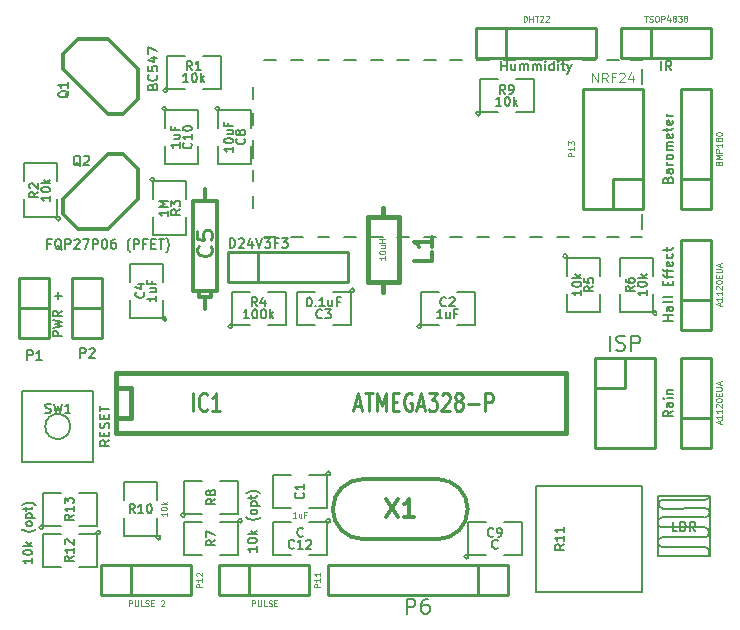
<source format=gto>
%FSLAX46Y46*%
G04 Gerber Fmt 4.6, Leading zero omitted, Abs format (unit mm)*
G04 Created by KiCad (PCBNEW (2014-08-26 BZR 5101)-product) date 5/11/2014 11:05:25 AM*
%MOMM*%
G01*
G04 APERTURE LIST*
%ADD10C,0.100000*%
%ADD11C,0.150000*%
%ADD12C,0.254000*%
%ADD13C,0.127000*%
%ADD14C,0.304800*%
%ADD15C,0.381000*%
%ADD16C,0.317500*%
%ADD17C,0.125000*%
%ADD18C,0.200000*%
%ADD19C,0.285750*%
%ADD20C,0.203200*%
G04 APERTURE END LIST*
D10*
D11*
X169500000Y-49000000D02*
X170500000Y-49000000D01*
X171500000Y-49000000D02*
X172500000Y-49000000D01*
X173500000Y-49000000D02*
X174500000Y-49000000D01*
X174500000Y-51000000D02*
X174500000Y-49750000D01*
X174500000Y-63250000D02*
X174500000Y-62000000D01*
X173500000Y-64000000D02*
X174500000Y-64000000D01*
X171500000Y-64000000D02*
X172500000Y-64000000D01*
X169500000Y-64000000D02*
X170500000Y-64000000D01*
X141500000Y-55750000D02*
X141500000Y-57250000D01*
X141500000Y-53500000D02*
X141500000Y-54500000D01*
X141500000Y-59250000D02*
X141500000Y-58250000D01*
X141500000Y-51250000D02*
X141500000Y-52250000D01*
X168250000Y-49000000D02*
X167250000Y-49000000D01*
X166000000Y-49000000D02*
X165000000Y-49000000D01*
X163750000Y-49000000D02*
X162750000Y-49000000D01*
X161500000Y-49000000D02*
X160500000Y-49000000D01*
X159250000Y-49000000D02*
X158250000Y-49000000D01*
X157000000Y-49000000D02*
X156000000Y-49000000D01*
X154750000Y-49000000D02*
X153750000Y-49000000D01*
X152500000Y-49000000D02*
X151500000Y-49000000D01*
X150250000Y-49000000D02*
X149250000Y-49000000D01*
X148000000Y-49000000D02*
X147000000Y-49000000D01*
X145750000Y-49000000D02*
X144750000Y-49000000D01*
X143500000Y-49000000D02*
X142500000Y-49000000D01*
X141500000Y-61500000D02*
X141500000Y-60500000D01*
X143500000Y-64000000D02*
X142500000Y-64000000D01*
X145750000Y-64000000D02*
X144750000Y-64000000D01*
X148000000Y-64000000D02*
X147000000Y-64000000D01*
X150250000Y-64000000D02*
X149250000Y-64000000D01*
X152500000Y-64000000D02*
X151500000Y-64000000D01*
X154750000Y-64000000D02*
X153750000Y-64000000D01*
X157000000Y-64000000D02*
X156000000Y-64000000D01*
X159250000Y-64000000D02*
X158250000Y-64000000D01*
X161500000Y-64000000D02*
X160500000Y-64000000D01*
X163750000Y-64000000D02*
X162750000Y-64000000D01*
X166000000Y-64000000D02*
X165000000Y-64000000D01*
X168250000Y-64000000D02*
X167250000Y-64000000D01*
D12*
X174540000Y-59040000D02*
X174540000Y-51420000D01*
X174540000Y-51420000D02*
X169460000Y-51420000D01*
X169460000Y-51420000D02*
X169460000Y-61580000D01*
X169460000Y-61580000D02*
X172000000Y-61580000D01*
X174540000Y-61580000D02*
X174540000Y-59040000D01*
X172000000Y-61580000D02*
X172000000Y-59040000D01*
X172000000Y-59040000D02*
X174540000Y-59040000D01*
X174540000Y-61580000D02*
X172000000Y-61580000D01*
D11*
X165500000Y-94000000D02*
X165500000Y-85000000D01*
X165500000Y-85000000D02*
X174500000Y-85000000D01*
X174500000Y-85000000D02*
X174500000Y-94000000D01*
X174500000Y-94000000D02*
X165500000Y-94000000D01*
X179850000Y-86200000D02*
G75*
G03X180150000Y-85900000I0J300000D01*
G74*
G01*
X176250000Y-86200000D02*
X179800000Y-86200000D01*
X179800000Y-86900000D02*
X176250000Y-86950000D01*
X180150000Y-90950000D02*
X180150000Y-90650000D01*
X176200000Y-90200000D02*
X179800000Y-90200000D01*
X176200000Y-89400000D02*
X176350000Y-89400000D01*
X176250000Y-86200000D02*
G75*
G03X175850000Y-86600000I0J-400000D01*
G74*
G01*
X175850000Y-86550000D02*
G75*
G03X176250000Y-86950000I400000J0D01*
G74*
G01*
X180150000Y-90600000D02*
G75*
G03X179750000Y-90200000I-400000J0D01*
G74*
G01*
X176200000Y-87700000D02*
X179750000Y-87700000D01*
X179700000Y-88550000D02*
X176250000Y-88550000D01*
X176300000Y-89400000D02*
X179800000Y-89400000D01*
X179800000Y-87700000D02*
G75*
G03X180200000Y-87300000I0J400000D01*
G74*
G01*
X180200000Y-87300000D02*
G75*
G03X179800000Y-86900000I-400000J0D01*
G74*
G01*
X175800000Y-88150000D02*
G75*
G03X176200000Y-88550000I400000J0D01*
G74*
G01*
X176200000Y-87700000D02*
G75*
G03X175800000Y-88100000I0J-400000D01*
G74*
G01*
X179750000Y-89400000D02*
G75*
G03X180150000Y-89000000I0J400000D01*
G74*
G01*
X180150000Y-88950000D02*
G75*
G03X179750000Y-88550000I-400000J0D01*
G74*
G01*
X175800000Y-89800000D02*
G75*
G03X176200000Y-90200000I400000J0D01*
G74*
G01*
X176200000Y-89400000D02*
G75*
G03X175800000Y-89800000I0J-400000D01*
G74*
G01*
X175800000Y-91000000D02*
X175800000Y-85900000D01*
X180200000Y-91000000D02*
X175800000Y-91000000D01*
X180200000Y-85900000D02*
X175800000Y-85900000D01*
X180200000Y-85900000D02*
X180200000Y-91000000D01*
D12*
X141960000Y-67770000D02*
X149580000Y-67770000D01*
X141960000Y-65230000D02*
X149580000Y-65230000D01*
X139420000Y-65230000D02*
X141960000Y-65230000D01*
X149580000Y-67770000D02*
X149580000Y-65230000D01*
X141960000Y-65230000D02*
X141960000Y-67770000D01*
X139420000Y-65230000D02*
X139420000Y-67770000D01*
X139420000Y-67770000D02*
X141960000Y-67770000D01*
D11*
X126060660Y-80000000D02*
G75*
G03X126060660Y-80000000I-1060660J0D01*
G74*
G01*
X128000000Y-77000000D02*
X128000000Y-83000000D01*
X128000000Y-83000000D02*
X122000000Y-83000000D01*
X122000000Y-83000000D02*
X122000000Y-77000000D01*
X122000000Y-77000000D02*
X128000000Y-77000000D01*
D13*
X148092605Y-83976000D02*
G75*
G03X148092605Y-83976000I-179605J0D01*
G74*
G01*
X146262000Y-86897000D02*
X147786000Y-86897000D01*
X147786000Y-86897000D02*
X147786000Y-84103000D01*
X147786000Y-84103000D02*
X146262000Y-84103000D01*
X144738000Y-84103000D02*
X143214000Y-84103000D01*
X143214000Y-84103000D02*
X143214000Y-86897000D01*
X143214000Y-86897000D02*
X144738000Y-86897000D01*
X155766605Y-71524000D02*
G75*
G03X155766605Y-71524000I-179605J0D01*
G74*
G01*
X157238000Y-68603000D02*
X155714000Y-68603000D01*
X155714000Y-68603000D02*
X155714000Y-71397000D01*
X155714000Y-71397000D02*
X157238000Y-71397000D01*
X158762000Y-71397000D02*
X160286000Y-71397000D01*
X160286000Y-71397000D02*
X160286000Y-68603000D01*
X160286000Y-68603000D02*
X158762000Y-68603000D01*
X150092605Y-68476000D02*
G75*
G03X150092605Y-68476000I-179605J0D01*
G74*
G01*
X148262000Y-71397000D02*
X149786000Y-71397000D01*
X149786000Y-71397000D02*
X149786000Y-68603000D01*
X149786000Y-68603000D02*
X148262000Y-68603000D01*
X146738000Y-68603000D02*
X145214000Y-68603000D01*
X145214000Y-68603000D02*
X145214000Y-71397000D01*
X145214000Y-71397000D02*
X146738000Y-71397000D01*
X134203605Y-70913000D02*
G75*
G03X134203605Y-70913000I-179605J0D01*
G74*
G01*
X131103000Y-69262000D02*
X131103000Y-70786000D01*
X131103000Y-70786000D02*
X133897000Y-70786000D01*
X133897000Y-70786000D02*
X133897000Y-69262000D01*
X133897000Y-67738000D02*
X133897000Y-66214000D01*
X133897000Y-66214000D02*
X131103000Y-66214000D01*
X131103000Y-66214000D02*
X131103000Y-67738000D01*
D14*
X137500000Y-59920000D02*
X137500000Y-60936000D01*
X137500000Y-60936000D02*
X138516000Y-60936000D01*
X138516000Y-60936000D02*
X138516000Y-68556000D01*
X138516000Y-68556000D02*
X136484000Y-68556000D01*
X136484000Y-68556000D02*
X136484000Y-60936000D01*
X136484000Y-60936000D02*
X137500000Y-60936000D01*
X137500000Y-70080000D02*
X137500000Y-69064000D01*
X138008000Y-68556000D02*
X138008000Y-69064000D01*
X138008000Y-69064000D02*
X136992000Y-69064000D01*
X136992000Y-69064000D02*
X136992000Y-68556000D01*
D13*
X138655605Y-53087000D02*
G75*
G03X138655605Y-53087000I-179605J0D01*
G74*
G01*
X141397000Y-54738000D02*
X141397000Y-53214000D01*
X141397000Y-53214000D02*
X138603000Y-53214000D01*
X138603000Y-53214000D02*
X138603000Y-54738000D01*
X138603000Y-56262000D02*
X138603000Y-57786000D01*
X138603000Y-57786000D02*
X141397000Y-57786000D01*
X141397000Y-57786000D02*
X141397000Y-56262000D01*
X159766605Y-91024000D02*
G75*
G03X159766605Y-91024000I-179605J0D01*
G74*
G01*
X161238000Y-88103000D02*
X159714000Y-88103000D01*
X159714000Y-88103000D02*
X159714000Y-90897000D01*
X159714000Y-90897000D02*
X161238000Y-90897000D01*
X162762000Y-90897000D02*
X164286000Y-90897000D01*
X164286000Y-90897000D02*
X164286000Y-88103000D01*
X164286000Y-88103000D02*
X162762000Y-88103000D01*
X134155605Y-53087000D02*
G75*
G03X134155605Y-53087000I-179605J0D01*
G74*
G01*
X136897000Y-54738000D02*
X136897000Y-53214000D01*
X136897000Y-53214000D02*
X134103000Y-53214000D01*
X134103000Y-53214000D02*
X134103000Y-54738000D01*
X134103000Y-56262000D02*
X134103000Y-57786000D01*
X134103000Y-57786000D02*
X136897000Y-57786000D01*
X136897000Y-57786000D02*
X136897000Y-56262000D01*
X148092605Y-87976000D02*
G75*
G03X148092605Y-87976000I-179605J0D01*
G74*
G01*
X146262000Y-90897000D02*
X147786000Y-90897000D01*
X147786000Y-90897000D02*
X147786000Y-88103000D01*
X147786000Y-88103000D02*
X146262000Y-88103000D01*
X144738000Y-88103000D02*
X143214000Y-88103000D01*
X143214000Y-88103000D02*
X143214000Y-90897000D01*
X143214000Y-90897000D02*
X144738000Y-90897000D01*
D15*
X129950000Y-75460000D02*
X168050000Y-75460000D01*
X168050000Y-75460000D02*
X168050000Y-80540000D01*
X168050000Y-80540000D02*
X129950000Y-80540000D01*
X129950000Y-80540000D02*
X129950000Y-75460000D01*
X129950000Y-76730000D02*
X131220000Y-76730000D01*
X131220000Y-76730000D02*
X131220000Y-79270000D01*
X131220000Y-79270000D02*
X129950000Y-79270000D01*
X152500000Y-62284740D02*
X152500000Y-61522740D01*
X152500000Y-67745740D02*
X152500000Y-68634740D01*
X151230000Y-62284740D02*
X153897000Y-62284740D01*
X153897000Y-62284740D02*
X153897000Y-67745740D01*
X153897000Y-67745740D02*
X151230000Y-67745740D01*
X151230000Y-67745740D02*
X151230000Y-62284740D01*
D12*
X121730000Y-70000000D02*
X124270000Y-70000000D01*
X121730000Y-72540000D02*
X124270000Y-72540000D01*
X124270000Y-72540000D02*
X124270000Y-70000000D01*
X124270000Y-70000000D02*
X124270000Y-67460000D01*
X124270000Y-67460000D02*
X121730000Y-67460000D01*
X121730000Y-67460000D02*
X121730000Y-72540000D01*
X128770000Y-70000000D02*
X128770000Y-67460000D01*
X128770000Y-67460000D02*
X126230000Y-67460000D01*
X126230000Y-67460000D02*
X126230000Y-70000000D01*
X128770000Y-72540000D02*
X128770000Y-70000000D01*
X128770000Y-70000000D02*
X126230000Y-70000000D01*
X126230000Y-70000000D02*
X126230000Y-72540000D01*
X126230000Y-72540000D02*
X128770000Y-72540000D01*
X180270000Y-79270000D02*
X180270000Y-74190000D01*
X180270000Y-74190000D02*
X177730000Y-74190000D01*
X177730000Y-74190000D02*
X177730000Y-79270000D01*
X177730000Y-81810000D02*
X177730000Y-79270000D01*
X177730000Y-79270000D02*
X180270000Y-79270000D01*
X177730000Y-81810000D02*
X180270000Y-81810000D01*
X180270000Y-81810000D02*
X180270000Y-79270000D01*
X180270000Y-69270000D02*
X180270000Y-64190000D01*
X180270000Y-64190000D02*
X177730000Y-64190000D01*
X177730000Y-64190000D02*
X177730000Y-69270000D01*
X177730000Y-71810000D02*
X177730000Y-69270000D01*
X177730000Y-69270000D02*
X180270000Y-69270000D01*
X177730000Y-71810000D02*
X180270000Y-71810000D01*
X180270000Y-71810000D02*
X180270000Y-69270000D01*
X160580000Y-94270000D02*
X147880000Y-94270000D01*
X147880000Y-94270000D02*
X147880000Y-91730000D01*
X147880000Y-91730000D02*
X160580000Y-91730000D01*
X163120000Y-94270000D02*
X160580000Y-94270000D01*
X160580000Y-94270000D02*
X160580000Y-91730000D01*
X163120000Y-94270000D02*
X163120000Y-91730000D01*
X163120000Y-91730000D02*
X160580000Y-91730000D01*
X180270000Y-59040000D02*
X180270000Y-51420000D01*
X177730000Y-59040000D02*
X177730000Y-51420000D01*
X177730000Y-61580000D02*
X177730000Y-59040000D01*
X180270000Y-51420000D02*
X177730000Y-51420000D01*
X177730000Y-59040000D02*
X180270000Y-59040000D01*
X177730000Y-61580000D02*
X180270000Y-61580000D01*
X180270000Y-61580000D02*
X180270000Y-59040000D01*
X175230000Y-48770000D02*
X180310000Y-48770000D01*
X180310000Y-48770000D02*
X180310000Y-46230000D01*
X180310000Y-46230000D02*
X175230000Y-46230000D01*
X172690000Y-46230000D02*
X175230000Y-46230000D01*
X175230000Y-46230000D02*
X175230000Y-48770000D01*
X172690000Y-46230000D02*
X172690000Y-48770000D01*
X172690000Y-48770000D02*
X175230000Y-48770000D01*
X173000000Y-74190000D02*
X173000000Y-76730000D01*
X173000000Y-76730000D02*
X170460000Y-76730000D01*
X170460000Y-74190000D02*
X170460000Y-81810000D01*
X170460000Y-81810000D02*
X175540000Y-81810000D01*
X175540000Y-81810000D02*
X175540000Y-76730000D01*
X170460000Y-74190000D02*
X173000000Y-74190000D01*
X175540000Y-74190000D02*
X173000000Y-74190000D01*
X175540000Y-76730000D02*
X175540000Y-74190000D01*
X162960000Y-48770000D02*
X170580000Y-48770000D01*
X162960000Y-46230000D02*
X170580000Y-46230000D01*
X160420000Y-46230000D02*
X162960000Y-46230000D01*
X170580000Y-48770000D02*
X170580000Y-46230000D01*
X162960000Y-46230000D02*
X162960000Y-48770000D01*
X160420000Y-46230000D02*
X160420000Y-48770000D01*
X160420000Y-48770000D02*
X162960000Y-48770000D01*
X141230000Y-94270000D02*
X146310000Y-94270000D01*
X146310000Y-94270000D02*
X146310000Y-91730000D01*
X146310000Y-91730000D02*
X141230000Y-91730000D01*
X138690000Y-91730000D02*
X141230000Y-91730000D01*
X141230000Y-91730000D02*
X141230000Y-94270000D01*
X138690000Y-91730000D02*
X138690000Y-94270000D01*
X138690000Y-94270000D02*
X141230000Y-94270000D01*
X131230000Y-94270000D02*
X136310000Y-94270000D01*
X136310000Y-94270000D02*
X136310000Y-91730000D01*
X136310000Y-91730000D02*
X131230000Y-91730000D01*
X128690000Y-91730000D02*
X131230000Y-91730000D01*
X131230000Y-91730000D02*
X131230000Y-94270000D01*
X128690000Y-91730000D02*
X128690000Y-94270000D01*
X128690000Y-94270000D02*
X131230000Y-94270000D01*
D14*
X125460000Y-49730000D02*
X129270000Y-53540000D01*
X129270000Y-53540000D02*
X130540000Y-53540000D01*
X130540000Y-53540000D02*
X131810000Y-52270000D01*
X131810000Y-52270000D02*
X131810000Y-49730000D01*
X131810000Y-49730000D02*
X129270000Y-47190000D01*
X129270000Y-47190000D02*
X126730000Y-47190000D01*
X126730000Y-47190000D02*
X125460000Y-48460000D01*
X125460000Y-48460000D02*
X125460000Y-49730000D01*
X129270000Y-56960000D02*
X125460000Y-60770000D01*
X125460000Y-60770000D02*
X125460000Y-62040000D01*
X125460000Y-62040000D02*
X126730000Y-63310000D01*
X126730000Y-63310000D02*
X129270000Y-63310000D01*
X129270000Y-63310000D02*
X131810000Y-60770000D01*
X131810000Y-60770000D02*
X131810000Y-58230000D01*
X131810000Y-58230000D02*
X130540000Y-56960000D01*
X130540000Y-56960000D02*
X129270000Y-56960000D01*
D13*
X134266605Y-51524000D02*
G75*
G03X134266605Y-51524000I-179605J0D01*
G74*
G01*
X135738000Y-48603000D02*
X134214000Y-48603000D01*
X134214000Y-48603000D02*
X134214000Y-51397000D01*
X134214000Y-51397000D02*
X135738000Y-51397000D01*
X137262000Y-51397000D02*
X138786000Y-51397000D01*
X138786000Y-51397000D02*
X138786000Y-48603000D01*
X138786000Y-48603000D02*
X137262000Y-48603000D01*
X125203605Y-62413000D02*
G75*
G03X125203605Y-62413000I-179605J0D01*
G74*
G01*
X122103000Y-60762000D02*
X122103000Y-62286000D01*
X122103000Y-62286000D02*
X124897000Y-62286000D01*
X124897000Y-62286000D02*
X124897000Y-60762000D01*
X124897000Y-59238000D02*
X124897000Y-57714000D01*
X124897000Y-57714000D02*
X122103000Y-57714000D01*
X122103000Y-57714000D02*
X122103000Y-59238000D01*
X133155605Y-59087000D02*
G75*
G03X133155605Y-59087000I-179605J0D01*
G74*
G01*
X135897000Y-60738000D02*
X135897000Y-59214000D01*
X135897000Y-59214000D02*
X133103000Y-59214000D01*
X133103000Y-59214000D02*
X133103000Y-60738000D01*
X133103000Y-62262000D02*
X133103000Y-63786000D01*
X133103000Y-63786000D02*
X135897000Y-63786000D01*
X135897000Y-63786000D02*
X135897000Y-62262000D01*
X139766605Y-71524000D02*
G75*
G03X139766605Y-71524000I-179605J0D01*
G74*
G01*
X141238000Y-68603000D02*
X139714000Y-68603000D01*
X139714000Y-68603000D02*
X139714000Y-71397000D01*
X139714000Y-71397000D02*
X141238000Y-71397000D01*
X142762000Y-71397000D02*
X144286000Y-71397000D01*
X144286000Y-71397000D02*
X144286000Y-68603000D01*
X144286000Y-68603000D02*
X142762000Y-68603000D01*
X168155605Y-65587000D02*
G75*
G03X168155605Y-65587000I-179605J0D01*
G74*
G01*
X170897000Y-67238000D02*
X170897000Y-65714000D01*
X170897000Y-65714000D02*
X168103000Y-65714000D01*
X168103000Y-65714000D02*
X168103000Y-67238000D01*
X168103000Y-68762000D02*
X168103000Y-70286000D01*
X168103000Y-70286000D02*
X170897000Y-70286000D01*
X170897000Y-70286000D02*
X170897000Y-68762000D01*
X175703605Y-70413000D02*
G75*
G03X175703605Y-70413000I-179605J0D01*
G74*
G01*
X172603000Y-68762000D02*
X172603000Y-70286000D01*
X172603000Y-70286000D02*
X175397000Y-70286000D01*
X175397000Y-70286000D02*
X175397000Y-68762000D01*
X175397000Y-67238000D02*
X175397000Y-65714000D01*
X175397000Y-65714000D02*
X172603000Y-65714000D01*
X172603000Y-65714000D02*
X172603000Y-67238000D01*
X140592605Y-87976000D02*
G75*
G03X140592605Y-87976000I-179605J0D01*
G74*
G01*
X138762000Y-90897000D02*
X140286000Y-90897000D01*
X140286000Y-90897000D02*
X140286000Y-88103000D01*
X140286000Y-88103000D02*
X138762000Y-88103000D01*
X137238000Y-88103000D02*
X135714000Y-88103000D01*
X135714000Y-88103000D02*
X135714000Y-90897000D01*
X135714000Y-90897000D02*
X137238000Y-90897000D01*
X135766605Y-87524000D02*
G75*
G03X135766605Y-87524000I-179605J0D01*
G74*
G01*
X137238000Y-84603000D02*
X135714000Y-84603000D01*
X135714000Y-84603000D02*
X135714000Y-87397000D01*
X135714000Y-87397000D02*
X137238000Y-87397000D01*
X138762000Y-87397000D02*
X140286000Y-87397000D01*
X140286000Y-87397000D02*
X140286000Y-84603000D01*
X140286000Y-84603000D02*
X138762000Y-84603000D01*
X160766605Y-53524000D02*
G75*
G03X160766605Y-53524000I-179605J0D01*
G74*
G01*
X162238000Y-50603000D02*
X160714000Y-50603000D01*
X160714000Y-50603000D02*
X160714000Y-53397000D01*
X160714000Y-53397000D02*
X162238000Y-53397000D01*
X163762000Y-53397000D02*
X165286000Y-53397000D01*
X165286000Y-53397000D02*
X165286000Y-50603000D01*
X165286000Y-50603000D02*
X163762000Y-50603000D01*
X133703605Y-89413000D02*
G75*
G03X133703605Y-89413000I-179605J0D01*
G74*
G01*
X130603000Y-87762000D02*
X130603000Y-89286000D01*
X130603000Y-89286000D02*
X133397000Y-89286000D01*
X133397000Y-89286000D02*
X133397000Y-87762000D01*
X133397000Y-86238000D02*
X133397000Y-84714000D01*
X133397000Y-84714000D02*
X130603000Y-84714000D01*
X130603000Y-84714000D02*
X130603000Y-86238000D01*
X128592605Y-88976000D02*
G75*
G03X128592605Y-88976000I-179605J0D01*
G74*
G01*
X126762000Y-91897000D02*
X128286000Y-91897000D01*
X128286000Y-91897000D02*
X128286000Y-89103000D01*
X128286000Y-89103000D02*
X126762000Y-89103000D01*
X125238000Y-89103000D02*
X123714000Y-89103000D01*
X123714000Y-89103000D02*
X123714000Y-91897000D01*
X123714000Y-91897000D02*
X125238000Y-91897000D01*
X123766605Y-88524000D02*
G75*
G03X123766605Y-88524000I-179605J0D01*
G74*
G01*
X125238000Y-85603000D02*
X123714000Y-85603000D01*
X123714000Y-85603000D02*
X123714000Y-88397000D01*
X123714000Y-88397000D02*
X125238000Y-88397000D01*
X126762000Y-88397000D02*
X128286000Y-88397000D01*
X128286000Y-88397000D02*
X128286000Y-85603000D01*
X128286000Y-85603000D02*
X126762000Y-85603000D01*
D16*
X157175000Y-84460000D02*
X150825000Y-84460000D01*
X157175000Y-89540000D02*
X150825000Y-89540000D01*
X148285000Y-87000000D02*
G75*
G03X150825000Y-89540000I2540000J0D01*
G74*
G01*
X150825000Y-84460000D02*
G75*
G03X148285000Y-87000000I0J-2540000D01*
G74*
G01*
X157175000Y-89540000D02*
G75*
G03X159715000Y-87000000I0J2540000D01*
G74*
G01*
X159715000Y-87000000D02*
G75*
G03X157175000Y-84460000I-2540000J0D01*
G74*
G01*
D17*
X168726190Y-57107142D02*
X168226190Y-57107142D01*
X168226190Y-56916666D01*
X168250000Y-56869047D01*
X168273810Y-56845238D01*
X168321429Y-56821428D01*
X168392857Y-56821428D01*
X168440476Y-56845238D01*
X168464286Y-56869047D01*
X168488095Y-56916666D01*
X168488095Y-57107142D01*
X168726190Y-56345238D02*
X168726190Y-56630952D01*
X168726190Y-56488095D02*
X168226190Y-56488095D01*
X168297619Y-56535714D01*
X168345238Y-56583333D01*
X168369048Y-56630952D01*
X168226190Y-56178571D02*
X168226190Y-55869048D01*
X168416667Y-56035714D01*
X168416667Y-55964286D01*
X168440476Y-55916667D01*
X168464286Y-55892857D01*
X168511905Y-55869048D01*
X168630952Y-55869048D01*
X168678571Y-55892857D01*
X168702381Y-55916667D01*
X168726190Y-55964286D01*
X168726190Y-56107143D01*
X168702381Y-56154762D01*
X168678571Y-56178571D01*
X170266667Y-50861905D02*
X170266667Y-50061905D01*
X170723810Y-50861905D01*
X170723810Y-50061905D01*
X171561905Y-50861905D02*
X171295238Y-50480952D01*
X171104762Y-50861905D02*
X171104762Y-50061905D01*
X171409524Y-50061905D01*
X171485715Y-50100000D01*
X171523810Y-50138095D01*
X171561905Y-50214286D01*
X171561905Y-50328571D01*
X171523810Y-50404762D01*
X171485715Y-50442857D01*
X171409524Y-50480952D01*
X171104762Y-50480952D01*
X172171429Y-50442857D02*
X171904762Y-50442857D01*
X171904762Y-50861905D02*
X171904762Y-50061905D01*
X172285715Y-50061905D01*
X172552381Y-50138095D02*
X172590476Y-50100000D01*
X172666667Y-50061905D01*
X172857143Y-50061905D01*
X172933333Y-50100000D01*
X172971429Y-50138095D01*
X173009524Y-50214286D01*
X173009524Y-50290476D01*
X172971429Y-50404762D01*
X172514286Y-50861905D01*
X173009524Y-50861905D01*
X173695238Y-50328571D02*
X173695238Y-50861905D01*
X173504762Y-50023810D02*
X173314286Y-50595238D01*
X173809524Y-50595238D01*
D13*
X167844714Y-89989857D02*
X167481857Y-90243857D01*
X167844714Y-90425285D02*
X167082714Y-90425285D01*
X167082714Y-90135000D01*
X167119000Y-90062428D01*
X167155286Y-90026143D01*
X167227857Y-89989857D01*
X167336714Y-89989857D01*
X167409286Y-90026143D01*
X167445571Y-90062428D01*
X167481857Y-90135000D01*
X167481857Y-90425285D01*
X167844714Y-89264143D02*
X167844714Y-89699571D01*
X167844714Y-89481857D02*
X167082714Y-89481857D01*
X167191571Y-89554428D01*
X167264143Y-89627000D01*
X167300429Y-89699571D01*
X167844714Y-88538429D02*
X167844714Y-88973857D01*
X167844714Y-88756143D02*
X167082714Y-88756143D01*
X167191571Y-88828714D01*
X167264143Y-88901286D01*
X167300429Y-88973857D01*
D18*
X177447620Y-88861905D02*
X177066667Y-88861905D01*
X177066667Y-88061905D01*
X177714286Y-88861905D02*
X177714286Y-88061905D01*
X177904762Y-88061905D01*
X178019048Y-88100000D01*
X178095239Y-88176190D01*
X178133334Y-88252381D01*
X178171429Y-88404762D01*
X178171429Y-88519048D01*
X178133334Y-88671429D01*
X178095239Y-88747619D01*
X178019048Y-88823810D01*
X177904762Y-88861905D01*
X177714286Y-88861905D01*
X178971429Y-88861905D02*
X178704762Y-88480952D01*
X178514286Y-88861905D02*
X178514286Y-88061905D01*
X178819048Y-88061905D01*
X178895239Y-88100000D01*
X178933334Y-88138095D01*
X178971429Y-88214286D01*
X178971429Y-88328571D01*
X178933334Y-88404762D01*
X178895239Y-88442857D01*
X178819048Y-88480952D01*
X178514286Y-88480952D01*
X139580952Y-64861905D02*
X139580952Y-64061905D01*
X139771428Y-64061905D01*
X139885714Y-64100000D01*
X139961905Y-64176190D01*
X140000000Y-64252381D01*
X140038095Y-64404762D01*
X140038095Y-64519048D01*
X140000000Y-64671429D01*
X139961905Y-64747619D01*
X139885714Y-64823810D01*
X139771428Y-64861905D01*
X139580952Y-64861905D01*
X140342857Y-64138095D02*
X140380952Y-64100000D01*
X140457143Y-64061905D01*
X140647619Y-64061905D01*
X140723809Y-64100000D01*
X140761905Y-64138095D01*
X140800000Y-64214286D01*
X140800000Y-64290476D01*
X140761905Y-64404762D01*
X140304762Y-64861905D01*
X140800000Y-64861905D01*
X141485714Y-64328571D02*
X141485714Y-64861905D01*
X141295238Y-64023810D02*
X141104762Y-64595238D01*
X141600000Y-64595238D01*
X141790476Y-64061905D02*
X142057143Y-64861905D01*
X142323810Y-64061905D01*
X142514286Y-64061905D02*
X143009524Y-64061905D01*
X142742857Y-64366667D01*
X142857143Y-64366667D01*
X142933333Y-64404762D01*
X142971429Y-64442857D01*
X143009524Y-64519048D01*
X143009524Y-64709524D01*
X142971429Y-64785714D01*
X142933333Y-64823810D01*
X142857143Y-64861905D01*
X142628571Y-64861905D01*
X142552381Y-64823810D01*
X142514286Y-64785714D01*
X143619048Y-64442857D02*
X143352381Y-64442857D01*
X143352381Y-64861905D02*
X143352381Y-64061905D01*
X143733334Y-64061905D01*
X143961905Y-64061905D02*
X144457143Y-64061905D01*
X144190476Y-64366667D01*
X144304762Y-64366667D01*
X144380952Y-64404762D01*
X144419048Y-64442857D01*
X144457143Y-64519048D01*
X144457143Y-64709524D01*
X144419048Y-64785714D01*
X144380952Y-64823810D01*
X144304762Y-64861905D01*
X144076190Y-64861905D01*
X144000000Y-64823810D01*
X143961905Y-64785714D01*
X123933333Y-78823810D02*
X124047619Y-78861905D01*
X124238095Y-78861905D01*
X124314285Y-78823810D01*
X124352381Y-78785714D01*
X124390476Y-78709524D01*
X124390476Y-78633333D01*
X124352381Y-78557143D01*
X124314285Y-78519048D01*
X124238095Y-78480952D01*
X124085714Y-78442857D01*
X124009523Y-78404762D01*
X123971428Y-78366667D01*
X123933333Y-78290476D01*
X123933333Y-78214286D01*
X123971428Y-78138095D01*
X124009523Y-78100000D01*
X124085714Y-78061905D01*
X124276190Y-78061905D01*
X124390476Y-78100000D01*
X124657143Y-78061905D02*
X124847619Y-78861905D01*
X125000000Y-78290476D01*
X125152381Y-78861905D01*
X125342857Y-78061905D01*
X126066667Y-78861905D02*
X125609524Y-78861905D01*
X125838095Y-78861905D02*
X125838095Y-78061905D01*
X125761905Y-78176190D01*
X125685714Y-78252381D01*
X125609524Y-78290476D01*
X129361905Y-81161905D02*
X128980952Y-81428572D01*
X129361905Y-81619048D02*
X128561905Y-81619048D01*
X128561905Y-81314286D01*
X128600000Y-81238095D01*
X128638095Y-81200000D01*
X128714286Y-81161905D01*
X128828571Y-81161905D01*
X128904762Y-81200000D01*
X128942857Y-81238095D01*
X128980952Y-81314286D01*
X128980952Y-81619048D01*
X128942857Y-80819048D02*
X128942857Y-80552381D01*
X129361905Y-80438095D02*
X129361905Y-80819048D01*
X128561905Y-80819048D01*
X128561905Y-80438095D01*
X129323810Y-80133333D02*
X129361905Y-80019047D01*
X129361905Y-79828571D01*
X129323810Y-79752381D01*
X129285714Y-79714285D01*
X129209524Y-79676190D01*
X129133333Y-79676190D01*
X129057143Y-79714285D01*
X129019048Y-79752381D01*
X128980952Y-79828571D01*
X128942857Y-79980952D01*
X128904762Y-80057143D01*
X128866667Y-80095238D01*
X128790476Y-80133333D01*
X128714286Y-80133333D01*
X128638095Y-80095238D01*
X128600000Y-80057143D01*
X128561905Y-79980952D01*
X128561905Y-79790476D01*
X128600000Y-79676190D01*
X128942857Y-79333333D02*
X128942857Y-79066666D01*
X129361905Y-78952380D02*
X129361905Y-79333333D01*
X128561905Y-79333333D01*
X128561905Y-78952380D01*
X128561905Y-78723809D02*
X128561905Y-78266666D01*
X129361905Y-78495237D02*
X128561905Y-78495237D01*
D13*
X145772143Y-85627000D02*
X145808429Y-85663286D01*
X145844714Y-85772143D01*
X145844714Y-85844714D01*
X145808429Y-85953571D01*
X145735857Y-86026143D01*
X145663286Y-86062428D01*
X145518143Y-86098714D01*
X145409286Y-86098714D01*
X145264143Y-86062428D01*
X145191571Y-86026143D01*
X145119000Y-85953571D01*
X145082714Y-85844714D01*
X145082714Y-85772143D01*
X145119000Y-85663286D01*
X145155286Y-85627000D01*
X145844714Y-84901286D02*
X145844714Y-85336714D01*
X145844714Y-85119000D02*
X145082714Y-85119000D01*
X145191571Y-85191571D01*
X145264143Y-85264143D01*
X145300429Y-85336714D01*
D10*
X145202381Y-87726190D02*
X144916667Y-87726190D01*
X145059524Y-87726190D02*
X145059524Y-87226190D01*
X145011905Y-87297619D01*
X144964286Y-87345238D01*
X144916667Y-87369048D01*
X145630952Y-87392857D02*
X145630952Y-87726190D01*
X145416667Y-87392857D02*
X145416667Y-87654762D01*
X145440476Y-87702381D01*
X145488095Y-87726190D01*
X145559524Y-87726190D01*
X145607143Y-87702381D01*
X145630952Y-87678571D01*
X146035714Y-87464286D02*
X145869048Y-87464286D01*
X145869048Y-87726190D02*
X145869048Y-87226190D01*
X146107143Y-87226190D01*
D13*
X157873000Y-69764143D02*
X157836714Y-69800429D01*
X157727857Y-69836714D01*
X157655286Y-69836714D01*
X157546429Y-69800429D01*
X157473857Y-69727857D01*
X157437572Y-69655286D01*
X157401286Y-69510143D01*
X157401286Y-69401286D01*
X157437572Y-69256143D01*
X157473857Y-69183571D01*
X157546429Y-69111000D01*
X157655286Y-69074714D01*
X157727857Y-69074714D01*
X157836714Y-69111000D01*
X157873000Y-69147286D01*
X158163286Y-69147286D02*
X158199572Y-69111000D01*
X158272143Y-69074714D01*
X158453572Y-69074714D01*
X158526143Y-69111000D01*
X158562429Y-69147286D01*
X158598714Y-69219857D01*
X158598714Y-69292429D01*
X158562429Y-69401286D01*
X158127000Y-69836714D01*
X158598714Y-69836714D01*
X157546428Y-70852714D02*
X157111000Y-70852714D01*
X157328714Y-70852714D02*
X157328714Y-70090714D01*
X157256143Y-70199571D01*
X157183571Y-70272143D01*
X157111000Y-70308429D01*
X158199571Y-70344714D02*
X158199571Y-70852714D01*
X157873000Y-70344714D02*
X157873000Y-70743857D01*
X157909285Y-70816429D01*
X157981857Y-70852714D01*
X158090714Y-70852714D01*
X158163285Y-70816429D01*
X158199571Y-70780143D01*
X158816429Y-70453571D02*
X158562429Y-70453571D01*
X158562429Y-70852714D02*
X158562429Y-70090714D01*
X158925286Y-70090714D01*
X147373000Y-70780143D02*
X147336714Y-70816429D01*
X147227857Y-70852714D01*
X147155286Y-70852714D01*
X147046429Y-70816429D01*
X146973857Y-70743857D01*
X146937572Y-70671286D01*
X146901286Y-70526143D01*
X146901286Y-70417286D01*
X146937572Y-70272143D01*
X146973857Y-70199571D01*
X147046429Y-70127000D01*
X147155286Y-70090714D01*
X147227857Y-70090714D01*
X147336714Y-70127000D01*
X147373000Y-70163286D01*
X147627000Y-70090714D02*
X148098714Y-70090714D01*
X147844714Y-70381000D01*
X147953572Y-70381000D01*
X148026143Y-70417286D01*
X148062429Y-70453571D01*
X148098714Y-70526143D01*
X148098714Y-70707571D01*
X148062429Y-70780143D01*
X148026143Y-70816429D01*
X147953572Y-70852714D01*
X147735857Y-70852714D01*
X147663286Y-70816429D01*
X147627000Y-70780143D01*
X146248143Y-69074714D02*
X146320715Y-69074714D01*
X146393286Y-69111000D01*
X146429572Y-69147286D01*
X146465858Y-69219857D01*
X146502143Y-69365000D01*
X146502143Y-69546429D01*
X146465858Y-69691571D01*
X146429572Y-69764143D01*
X146393286Y-69800429D01*
X146320715Y-69836714D01*
X146248143Y-69836714D01*
X146175572Y-69800429D01*
X146139286Y-69764143D01*
X146103001Y-69691571D01*
X146066715Y-69546429D01*
X146066715Y-69365000D01*
X146103001Y-69219857D01*
X146139286Y-69147286D01*
X146175572Y-69111000D01*
X146248143Y-69074714D01*
X146828715Y-69764143D02*
X146865000Y-69800429D01*
X146828715Y-69836714D01*
X146792429Y-69800429D01*
X146828715Y-69764143D01*
X146828715Y-69836714D01*
X147590714Y-69836714D02*
X147155286Y-69836714D01*
X147373000Y-69836714D02*
X147373000Y-69074714D01*
X147300429Y-69183571D01*
X147227857Y-69256143D01*
X147155286Y-69292429D01*
X148243857Y-69328714D02*
X148243857Y-69836714D01*
X147917286Y-69328714D02*
X147917286Y-69727857D01*
X147953571Y-69800429D01*
X148026143Y-69836714D01*
X148135000Y-69836714D01*
X148207571Y-69800429D01*
X148243857Y-69764143D01*
X148860715Y-69437571D02*
X148606715Y-69437571D01*
X148606715Y-69836714D02*
X148606715Y-69074714D01*
X148969572Y-69074714D01*
X132264143Y-68627000D02*
X132300429Y-68663286D01*
X132336714Y-68772143D01*
X132336714Y-68844714D01*
X132300429Y-68953571D01*
X132227857Y-69026143D01*
X132155286Y-69062428D01*
X132010143Y-69098714D01*
X131901286Y-69098714D01*
X131756143Y-69062428D01*
X131683571Y-69026143D01*
X131611000Y-68953571D01*
X131574714Y-68844714D01*
X131574714Y-68772143D01*
X131611000Y-68663286D01*
X131647286Y-68627000D01*
X131828714Y-67973857D02*
X132336714Y-67973857D01*
X131538429Y-68155286D02*
X132082714Y-68336714D01*
X132082714Y-67865000D01*
X133352714Y-68953572D02*
X133352714Y-69389000D01*
X133352714Y-69171286D02*
X132590714Y-69171286D01*
X132699571Y-69243857D01*
X132772143Y-69316429D01*
X132808429Y-69389000D01*
X132844714Y-68300429D02*
X133352714Y-68300429D01*
X132844714Y-68627000D02*
X133243857Y-68627000D01*
X133316429Y-68590715D01*
X133352714Y-68518143D01*
X133352714Y-68409286D01*
X133316429Y-68336715D01*
X133280143Y-68300429D01*
X132953571Y-67683571D02*
X132953571Y-67937571D01*
X133352714Y-67937571D02*
X132590714Y-67937571D01*
X132590714Y-67574714D01*
D12*
X137953571Y-64724833D02*
X138014048Y-64791357D01*
X138074524Y-64990928D01*
X138074524Y-65123976D01*
X138014048Y-65323548D01*
X137893095Y-65456595D01*
X137772143Y-65523119D01*
X137530238Y-65589643D01*
X137348810Y-65589643D01*
X137106905Y-65523119D01*
X136985952Y-65456595D01*
X136865000Y-65323548D01*
X136804524Y-65123976D01*
X136804524Y-64990928D01*
X136865000Y-64791357D01*
X136925476Y-64724833D01*
X136804524Y-63460881D02*
X136804524Y-64126119D01*
X137409286Y-64192643D01*
X137348810Y-64126119D01*
X137288333Y-63993071D01*
X137288333Y-63660452D01*
X137348810Y-63527405D01*
X137409286Y-63460881D01*
X137530238Y-63394357D01*
X137832619Y-63394357D01*
X137953571Y-63460881D01*
X138014048Y-63527405D01*
X138074524Y-63660452D01*
X138074524Y-63993071D01*
X138014048Y-64126119D01*
X137953571Y-64192643D01*
D13*
X140780143Y-55627000D02*
X140816429Y-55663286D01*
X140852714Y-55772143D01*
X140852714Y-55844714D01*
X140816429Y-55953571D01*
X140743857Y-56026143D01*
X140671286Y-56062428D01*
X140526143Y-56098714D01*
X140417286Y-56098714D01*
X140272143Y-56062428D01*
X140199571Y-56026143D01*
X140127000Y-55953571D01*
X140090714Y-55844714D01*
X140090714Y-55772143D01*
X140127000Y-55663286D01*
X140163286Y-55627000D01*
X140417286Y-55191571D02*
X140381000Y-55264143D01*
X140344714Y-55300428D01*
X140272143Y-55336714D01*
X140235857Y-55336714D01*
X140163286Y-55300428D01*
X140127000Y-55264143D01*
X140090714Y-55191571D01*
X140090714Y-55046428D01*
X140127000Y-54973857D01*
X140163286Y-54937571D01*
X140235857Y-54901286D01*
X140272143Y-54901286D01*
X140344714Y-54937571D01*
X140381000Y-54973857D01*
X140417286Y-55046428D01*
X140417286Y-55191571D01*
X140453571Y-55264143D01*
X140489857Y-55300428D01*
X140562429Y-55336714D01*
X140707571Y-55336714D01*
X140780143Y-55300428D01*
X140816429Y-55264143D01*
X140852714Y-55191571D01*
X140852714Y-55046428D01*
X140816429Y-54973857D01*
X140780143Y-54937571D01*
X140707571Y-54901286D01*
X140562429Y-54901286D01*
X140489857Y-54937571D01*
X140453571Y-54973857D01*
X140417286Y-55046428D01*
X139836714Y-56316429D02*
X139836714Y-56751857D01*
X139836714Y-56534143D02*
X139074714Y-56534143D01*
X139183571Y-56606714D01*
X139256143Y-56679286D01*
X139292429Y-56751857D01*
X139074714Y-55844715D02*
X139074714Y-55772143D01*
X139111000Y-55699572D01*
X139147286Y-55663286D01*
X139219857Y-55627000D01*
X139365000Y-55590715D01*
X139546429Y-55590715D01*
X139691571Y-55627000D01*
X139764143Y-55663286D01*
X139800429Y-55699572D01*
X139836714Y-55772143D01*
X139836714Y-55844715D01*
X139800429Y-55917286D01*
X139764143Y-55953572D01*
X139691571Y-55989857D01*
X139546429Y-56026143D01*
X139365000Y-56026143D01*
X139219857Y-55989857D01*
X139147286Y-55953572D01*
X139111000Y-55917286D01*
X139074714Y-55844715D01*
X139328714Y-54937572D02*
X139836714Y-54937572D01*
X139328714Y-55264143D02*
X139727857Y-55264143D01*
X139800429Y-55227858D01*
X139836714Y-55155286D01*
X139836714Y-55046429D01*
X139800429Y-54973858D01*
X139764143Y-54937572D01*
X139437571Y-54320714D02*
X139437571Y-54574714D01*
X139836714Y-54574714D02*
X139074714Y-54574714D01*
X139074714Y-54211857D01*
X161873000Y-89264143D02*
X161836714Y-89300429D01*
X161727857Y-89336714D01*
X161655286Y-89336714D01*
X161546429Y-89300429D01*
X161473857Y-89227857D01*
X161437572Y-89155286D01*
X161401286Y-89010143D01*
X161401286Y-88901286D01*
X161437572Y-88756143D01*
X161473857Y-88683571D01*
X161546429Y-88611000D01*
X161655286Y-88574714D01*
X161727857Y-88574714D01*
X161836714Y-88611000D01*
X161873000Y-88647286D01*
X162235857Y-89336714D02*
X162381000Y-89336714D01*
X162453572Y-89300429D01*
X162489857Y-89264143D01*
X162562429Y-89155286D01*
X162598714Y-89010143D01*
X162598714Y-88719857D01*
X162562429Y-88647286D01*
X162526143Y-88611000D01*
X162453572Y-88574714D01*
X162308429Y-88574714D01*
X162235857Y-88611000D01*
X162199572Y-88647286D01*
X162163286Y-88719857D01*
X162163286Y-88901286D01*
X162199572Y-88973857D01*
X162235857Y-89010143D01*
X162308429Y-89046429D01*
X162453572Y-89046429D01*
X162526143Y-89010143D01*
X162562429Y-88973857D01*
X162598714Y-88901286D01*
X162235857Y-90280143D02*
X162199571Y-90316429D01*
X162090714Y-90352714D01*
X162018143Y-90352714D01*
X161909286Y-90316429D01*
X161836714Y-90243857D01*
X161800429Y-90171286D01*
X161764143Y-90026143D01*
X161764143Y-89917286D01*
X161800429Y-89772143D01*
X161836714Y-89699571D01*
X161909286Y-89627000D01*
X162018143Y-89590714D01*
X162090714Y-89590714D01*
X162199571Y-89627000D01*
X162235857Y-89663286D01*
X136280143Y-55989857D02*
X136316429Y-56026143D01*
X136352714Y-56135000D01*
X136352714Y-56207571D01*
X136316429Y-56316428D01*
X136243857Y-56389000D01*
X136171286Y-56425285D01*
X136026143Y-56461571D01*
X135917286Y-56461571D01*
X135772143Y-56425285D01*
X135699571Y-56389000D01*
X135627000Y-56316428D01*
X135590714Y-56207571D01*
X135590714Y-56135000D01*
X135627000Y-56026143D01*
X135663286Y-55989857D01*
X136352714Y-55264143D02*
X136352714Y-55699571D01*
X136352714Y-55481857D02*
X135590714Y-55481857D01*
X135699571Y-55554428D01*
X135772143Y-55627000D01*
X135808429Y-55699571D01*
X135590714Y-54792429D02*
X135590714Y-54719857D01*
X135627000Y-54647286D01*
X135663286Y-54611000D01*
X135735857Y-54574714D01*
X135881000Y-54538429D01*
X136062429Y-54538429D01*
X136207571Y-54574714D01*
X136280143Y-54611000D01*
X136316429Y-54647286D01*
X136352714Y-54719857D01*
X136352714Y-54792429D01*
X136316429Y-54865000D01*
X136280143Y-54901286D01*
X136207571Y-54937571D01*
X136062429Y-54973857D01*
X135881000Y-54973857D01*
X135735857Y-54937571D01*
X135663286Y-54901286D01*
X135627000Y-54865000D01*
X135590714Y-54792429D01*
X135336714Y-55953572D02*
X135336714Y-56389000D01*
X135336714Y-56171286D02*
X134574714Y-56171286D01*
X134683571Y-56243857D01*
X134756143Y-56316429D01*
X134792429Y-56389000D01*
X134828714Y-55300429D02*
X135336714Y-55300429D01*
X134828714Y-55627000D02*
X135227857Y-55627000D01*
X135300429Y-55590715D01*
X135336714Y-55518143D01*
X135336714Y-55409286D01*
X135300429Y-55336715D01*
X135264143Y-55300429D01*
X134937571Y-54683571D02*
X134937571Y-54937571D01*
X135336714Y-54937571D02*
X134574714Y-54937571D01*
X134574714Y-54574714D01*
X145010143Y-90280143D02*
X144973857Y-90316429D01*
X144865000Y-90352714D01*
X144792429Y-90352714D01*
X144683572Y-90316429D01*
X144611000Y-90243857D01*
X144574715Y-90171286D01*
X144538429Y-90026143D01*
X144538429Y-89917286D01*
X144574715Y-89772143D01*
X144611000Y-89699571D01*
X144683572Y-89627000D01*
X144792429Y-89590714D01*
X144865000Y-89590714D01*
X144973857Y-89627000D01*
X145010143Y-89663286D01*
X145735857Y-90352714D02*
X145300429Y-90352714D01*
X145518143Y-90352714D02*
X145518143Y-89590714D01*
X145445572Y-89699571D01*
X145373000Y-89772143D01*
X145300429Y-89808429D01*
X146026143Y-89663286D02*
X146062429Y-89627000D01*
X146135000Y-89590714D01*
X146316429Y-89590714D01*
X146389000Y-89627000D01*
X146425286Y-89663286D01*
X146461571Y-89735857D01*
X146461571Y-89808429D01*
X146425286Y-89917286D01*
X145989857Y-90352714D01*
X146461571Y-90352714D01*
X145735857Y-89264143D02*
X145699571Y-89300429D01*
X145590714Y-89336714D01*
X145518143Y-89336714D01*
X145409286Y-89300429D01*
X145336714Y-89227857D01*
X145300429Y-89155286D01*
X145264143Y-89010143D01*
X145264143Y-88901286D01*
X145300429Y-88756143D01*
X145336714Y-88683571D01*
X145409286Y-88611000D01*
X145518143Y-88574714D01*
X145590714Y-88574714D01*
X145699571Y-88611000D01*
X145735857Y-88647286D01*
D19*
X136454215Y-78689429D02*
X136454215Y-77165429D01*
X137651644Y-78544286D02*
X137597215Y-78616857D01*
X137433929Y-78689429D01*
X137325072Y-78689429D01*
X137161787Y-78616857D01*
X137052929Y-78471714D01*
X136998501Y-78326571D01*
X136944072Y-78036286D01*
X136944072Y-77818571D01*
X136998501Y-77528286D01*
X137052929Y-77383143D01*
X137161787Y-77238000D01*
X137325072Y-77165429D01*
X137433929Y-77165429D01*
X137597215Y-77238000D01*
X137651644Y-77310571D01*
X138740215Y-78689429D02*
X138087072Y-78689429D01*
X138413644Y-78689429D02*
X138413644Y-77165429D01*
X138304787Y-77383143D01*
X138195929Y-77528286D01*
X138087072Y-77600857D01*
D14*
D19*
X150133929Y-78254000D02*
X150678215Y-78254000D01*
X150025072Y-78689429D02*
X150406072Y-77165429D01*
X150787072Y-78689429D01*
X151004786Y-77165429D02*
X151657929Y-77165429D01*
X151331358Y-78689429D02*
X151331358Y-77165429D01*
X152038929Y-78689429D02*
X152038929Y-77165429D01*
X152419929Y-78254000D01*
X152800929Y-77165429D01*
X152800929Y-78689429D01*
X153345215Y-77891143D02*
X153726215Y-77891143D01*
X153889501Y-78689429D02*
X153345215Y-78689429D01*
X153345215Y-77165429D01*
X153889501Y-77165429D01*
X154978072Y-77238000D02*
X154869215Y-77165429D01*
X154705929Y-77165429D01*
X154542644Y-77238000D01*
X154433786Y-77383143D01*
X154379358Y-77528286D01*
X154324929Y-77818571D01*
X154324929Y-78036286D01*
X154379358Y-78326571D01*
X154433786Y-78471714D01*
X154542644Y-78616857D01*
X154705929Y-78689429D01*
X154814786Y-78689429D01*
X154978072Y-78616857D01*
X155032501Y-78544286D01*
X155032501Y-78036286D01*
X154814786Y-78036286D01*
X155467929Y-78254000D02*
X156012215Y-78254000D01*
X155359072Y-78689429D02*
X155740072Y-77165429D01*
X156121072Y-78689429D01*
X156393215Y-77165429D02*
X157100786Y-77165429D01*
X156719786Y-77746000D01*
X156883072Y-77746000D01*
X156991929Y-77818571D01*
X157046358Y-77891143D01*
X157100786Y-78036286D01*
X157100786Y-78399143D01*
X157046358Y-78544286D01*
X156991929Y-78616857D01*
X156883072Y-78689429D01*
X156556500Y-78689429D01*
X156447643Y-78616857D01*
X156393215Y-78544286D01*
X157536214Y-77310571D02*
X157590643Y-77238000D01*
X157699500Y-77165429D01*
X157971643Y-77165429D01*
X158080500Y-77238000D01*
X158134929Y-77310571D01*
X158189357Y-77455714D01*
X158189357Y-77600857D01*
X158134929Y-77818571D01*
X157481786Y-78689429D01*
X158189357Y-78689429D01*
X158842500Y-77818571D02*
X158733642Y-77746000D01*
X158679214Y-77673429D01*
X158624785Y-77528286D01*
X158624785Y-77455714D01*
X158679214Y-77310571D01*
X158733642Y-77238000D01*
X158842500Y-77165429D01*
X159060214Y-77165429D01*
X159169071Y-77238000D01*
X159223500Y-77310571D01*
X159277928Y-77455714D01*
X159277928Y-77528286D01*
X159223500Y-77673429D01*
X159169071Y-77746000D01*
X159060214Y-77818571D01*
X158842500Y-77818571D01*
X158733642Y-77891143D01*
X158679214Y-77963714D01*
X158624785Y-78108857D01*
X158624785Y-78399143D01*
X158679214Y-78544286D01*
X158733642Y-78616857D01*
X158842500Y-78689429D01*
X159060214Y-78689429D01*
X159169071Y-78616857D01*
X159223500Y-78544286D01*
X159277928Y-78399143D01*
X159277928Y-78108857D01*
X159223500Y-77963714D01*
X159169071Y-77891143D01*
X159060214Y-77818571D01*
X159767785Y-78108857D02*
X160638642Y-78108857D01*
X161182928Y-78689429D02*
X161182928Y-77165429D01*
X161618356Y-77165429D01*
X161727214Y-77238000D01*
X161781642Y-77310571D01*
X161836071Y-77455714D01*
X161836071Y-77673429D01*
X161781642Y-77818571D01*
X161727214Y-77891143D01*
X161618356Y-77963714D01*
X161182928Y-77963714D01*
D14*
X156689549Y-65254000D02*
X156689549Y-65979714D01*
X155165549Y-65979714D01*
X156689549Y-63947714D02*
X156689549Y-64818571D01*
X156689549Y-64383143D02*
X155165549Y-64383143D01*
X155383263Y-64528286D01*
X155528406Y-64673428D01*
X155600977Y-64818571D01*
D17*
X152726190Y-65583333D02*
X152726190Y-65869047D01*
X152726190Y-65726190D02*
X152226190Y-65726190D01*
X152297619Y-65773809D01*
X152345238Y-65821428D01*
X152369048Y-65869047D01*
X152226190Y-65273809D02*
X152226190Y-65226190D01*
X152250000Y-65178571D01*
X152273810Y-65154762D01*
X152321429Y-65130952D01*
X152416667Y-65107143D01*
X152535714Y-65107143D01*
X152630952Y-65130952D01*
X152678571Y-65154762D01*
X152702381Y-65178571D01*
X152726190Y-65226190D01*
X152726190Y-65273809D01*
X152702381Y-65321428D01*
X152678571Y-65345238D01*
X152630952Y-65369047D01*
X152535714Y-65392857D01*
X152416667Y-65392857D01*
X152321429Y-65369047D01*
X152273810Y-65345238D01*
X152250000Y-65321428D01*
X152226190Y-65273809D01*
X152392857Y-64678572D02*
X152726190Y-64678572D01*
X152392857Y-64892857D02*
X152654762Y-64892857D01*
X152702381Y-64869048D01*
X152726190Y-64821429D01*
X152726190Y-64750000D01*
X152702381Y-64702381D01*
X152678571Y-64678572D01*
X152726190Y-64440476D02*
X152226190Y-64440476D01*
X152464286Y-64440476D02*
X152464286Y-64154762D01*
X152726190Y-64154762D02*
X152226190Y-64154762D01*
D18*
X122409524Y-74361905D02*
X122409524Y-73561905D01*
X122714286Y-73561905D01*
X122790477Y-73600000D01*
X122828572Y-73638095D01*
X122866667Y-73714286D01*
X122866667Y-73828571D01*
X122828572Y-73904762D01*
X122790477Y-73942857D01*
X122714286Y-73980952D01*
X122409524Y-73980952D01*
X123628572Y-74361905D02*
X123171429Y-74361905D01*
X123400000Y-74361905D02*
X123400000Y-73561905D01*
X123323810Y-73676190D01*
X123247619Y-73752381D01*
X123171429Y-73790476D01*
X125361905Y-72366667D02*
X124561905Y-72366667D01*
X124561905Y-72061905D01*
X124600000Y-71985714D01*
X124638095Y-71947619D01*
X124714286Y-71909524D01*
X124828571Y-71909524D01*
X124904762Y-71947619D01*
X124942857Y-71985714D01*
X124980952Y-72061905D01*
X124980952Y-72366667D01*
X124561905Y-71642857D02*
X125361905Y-71452381D01*
X124790476Y-71300000D01*
X125361905Y-71147619D01*
X124561905Y-70957143D01*
X125361905Y-70195238D02*
X124980952Y-70461905D01*
X125361905Y-70652381D02*
X124561905Y-70652381D01*
X124561905Y-70347619D01*
X124600000Y-70271428D01*
X124638095Y-70233333D01*
X124714286Y-70195238D01*
X124828571Y-70195238D01*
X124904762Y-70233333D01*
X124942857Y-70271428D01*
X124980952Y-70347619D01*
X124980952Y-70652381D01*
X125057143Y-69242857D02*
X125057143Y-68633333D01*
X125361905Y-68938095D02*
X124752381Y-68938095D01*
X126909524Y-74171905D02*
X126909524Y-73371905D01*
X127214286Y-73371905D01*
X127290477Y-73410000D01*
X127328572Y-73448095D01*
X127366667Y-73524286D01*
X127366667Y-73638571D01*
X127328572Y-73714762D01*
X127290477Y-73752857D01*
X127214286Y-73790952D01*
X126909524Y-73790952D01*
X127671429Y-73448095D02*
X127709524Y-73410000D01*
X127785715Y-73371905D01*
X127976191Y-73371905D01*
X128052381Y-73410000D01*
X128090477Y-73448095D01*
X128128572Y-73524286D01*
X128128572Y-73600476D01*
X128090477Y-73714762D01*
X127633334Y-74171905D01*
X128128572Y-74171905D01*
X177075905Y-78666667D02*
X176694952Y-78933334D01*
X177075905Y-79123810D02*
X176275905Y-79123810D01*
X176275905Y-78819048D01*
X176314000Y-78742857D01*
X176352095Y-78704762D01*
X176428286Y-78666667D01*
X176542571Y-78666667D01*
X176618762Y-78704762D01*
X176656857Y-78742857D01*
X176694952Y-78819048D01*
X176694952Y-79123810D01*
X177075905Y-77980953D02*
X176656857Y-77980953D01*
X176580667Y-78019048D01*
X176542571Y-78095238D01*
X176542571Y-78247619D01*
X176580667Y-78323810D01*
X177037810Y-77980953D02*
X177075905Y-78057143D01*
X177075905Y-78247619D01*
X177037810Y-78323810D01*
X176961619Y-78361905D01*
X176885429Y-78361905D01*
X176809238Y-78323810D01*
X176771143Y-78247619D01*
X176771143Y-78057143D01*
X176733048Y-77980953D01*
X177075905Y-77600000D02*
X176542571Y-77600000D01*
X176275905Y-77600000D02*
X176314000Y-77638095D01*
X176352095Y-77600000D01*
X176314000Y-77561905D01*
X176275905Y-77600000D01*
X176352095Y-77600000D01*
X176542571Y-77219048D02*
X177075905Y-77219048D01*
X176618762Y-77219048D02*
X176580667Y-77180953D01*
X176542571Y-77104762D01*
X176542571Y-76990476D01*
X176580667Y-76914286D01*
X176656857Y-76876191D01*
X177075905Y-76876191D01*
D17*
X181083333Y-79773808D02*
X181083333Y-79535713D01*
X181226190Y-79821427D02*
X180726190Y-79654760D01*
X181226190Y-79488094D01*
X181226190Y-79059523D02*
X181226190Y-79345237D01*
X181226190Y-79202380D02*
X180726190Y-79202380D01*
X180797619Y-79249999D01*
X180845238Y-79297618D01*
X180869048Y-79345237D01*
X181226190Y-78583333D02*
X181226190Y-78869047D01*
X181226190Y-78726190D02*
X180726190Y-78726190D01*
X180797619Y-78773809D01*
X180845238Y-78821428D01*
X180869048Y-78869047D01*
X180773810Y-78392857D02*
X180750000Y-78369047D01*
X180726190Y-78321428D01*
X180726190Y-78202381D01*
X180750000Y-78154762D01*
X180773810Y-78130952D01*
X180821429Y-78107143D01*
X180869048Y-78107143D01*
X180940476Y-78130952D01*
X181226190Y-78416666D01*
X181226190Y-78107143D01*
X180726190Y-77797619D02*
X180726190Y-77750000D01*
X180750000Y-77702381D01*
X180773810Y-77678572D01*
X180821429Y-77654762D01*
X180916667Y-77630953D01*
X181035714Y-77630953D01*
X181130952Y-77654762D01*
X181178571Y-77678572D01*
X181202381Y-77702381D01*
X181226190Y-77750000D01*
X181226190Y-77797619D01*
X181202381Y-77845238D01*
X181178571Y-77869048D01*
X181130952Y-77892857D01*
X181035714Y-77916667D01*
X180916667Y-77916667D01*
X180821429Y-77892857D01*
X180773810Y-77869048D01*
X180750000Y-77845238D01*
X180726190Y-77797619D01*
X180964286Y-77416667D02*
X180964286Y-77250001D01*
X181226190Y-77178572D02*
X181226190Y-77416667D01*
X180726190Y-77416667D01*
X180726190Y-77178572D01*
X180726190Y-76964286D02*
X181130952Y-76964286D01*
X181178571Y-76940477D01*
X181202381Y-76916667D01*
X181226190Y-76869048D01*
X181226190Y-76773810D01*
X181202381Y-76726191D01*
X181178571Y-76702382D01*
X181130952Y-76678572D01*
X180726190Y-76678572D01*
X181083333Y-76464286D02*
X181083333Y-76226191D01*
X181226190Y-76511905D02*
X180726190Y-76345238D01*
X181226190Y-76178572D01*
D18*
X177075905Y-71047620D02*
X176275905Y-71047620D01*
X176656857Y-71047620D02*
X176656857Y-70590477D01*
X177075905Y-70590477D02*
X176275905Y-70590477D01*
X177075905Y-69866668D02*
X176656857Y-69866668D01*
X176580667Y-69904763D01*
X176542571Y-69980953D01*
X176542571Y-70133334D01*
X176580667Y-70209525D01*
X177037810Y-69866668D02*
X177075905Y-69942858D01*
X177075905Y-70133334D01*
X177037810Y-70209525D01*
X176961619Y-70247620D01*
X176885429Y-70247620D01*
X176809238Y-70209525D01*
X176771143Y-70133334D01*
X176771143Y-69942858D01*
X176733048Y-69866668D01*
X177075905Y-69371429D02*
X177037810Y-69447620D01*
X176961619Y-69485715D01*
X176275905Y-69485715D01*
X177075905Y-68952381D02*
X177037810Y-69028572D01*
X176961619Y-69066667D01*
X176275905Y-69066667D01*
X176656857Y-68038095D02*
X176656857Y-67771428D01*
X177075905Y-67657142D02*
X177075905Y-68038095D01*
X176275905Y-68038095D01*
X176275905Y-67657142D01*
X176542571Y-67428571D02*
X176542571Y-67123809D01*
X177075905Y-67314285D02*
X176390190Y-67314285D01*
X176314000Y-67276190D01*
X176275905Y-67199999D01*
X176275905Y-67123809D01*
X176542571Y-66971428D02*
X176542571Y-66666666D01*
X177075905Y-66857142D02*
X176390190Y-66857142D01*
X176314000Y-66819047D01*
X176275905Y-66742856D01*
X176275905Y-66666666D01*
X177037810Y-66095237D02*
X177075905Y-66171427D01*
X177075905Y-66323808D01*
X177037810Y-66399999D01*
X176961619Y-66438094D01*
X176656857Y-66438094D01*
X176580667Y-66399999D01*
X176542571Y-66323808D01*
X176542571Y-66171427D01*
X176580667Y-66095237D01*
X176656857Y-66057142D01*
X176733048Y-66057142D01*
X176809238Y-66438094D01*
X177037810Y-65371428D02*
X177075905Y-65447618D01*
X177075905Y-65599999D01*
X177037810Y-65676190D01*
X176999714Y-65714285D01*
X176923524Y-65752380D01*
X176694952Y-65752380D01*
X176618762Y-65714285D01*
X176580667Y-65676190D01*
X176542571Y-65599999D01*
X176542571Y-65447618D01*
X176580667Y-65371428D01*
X176542571Y-65142857D02*
X176542571Y-64838095D01*
X176275905Y-65028571D02*
X176961619Y-65028571D01*
X177037810Y-64990476D01*
X177075905Y-64914285D01*
X177075905Y-64838095D01*
D17*
X181083333Y-69773808D02*
X181083333Y-69535713D01*
X181226190Y-69821427D02*
X180726190Y-69654760D01*
X181226190Y-69488094D01*
X181226190Y-69059523D02*
X181226190Y-69345237D01*
X181226190Y-69202380D02*
X180726190Y-69202380D01*
X180797619Y-69249999D01*
X180845238Y-69297618D01*
X180869048Y-69345237D01*
X181226190Y-68583333D02*
X181226190Y-68869047D01*
X181226190Y-68726190D02*
X180726190Y-68726190D01*
X180797619Y-68773809D01*
X180845238Y-68821428D01*
X180869048Y-68869047D01*
X180773810Y-68392857D02*
X180750000Y-68369047D01*
X180726190Y-68321428D01*
X180726190Y-68202381D01*
X180750000Y-68154762D01*
X180773810Y-68130952D01*
X180821429Y-68107143D01*
X180869048Y-68107143D01*
X180940476Y-68130952D01*
X181226190Y-68416666D01*
X181226190Y-68107143D01*
X180726190Y-67797619D02*
X180726190Y-67750000D01*
X180750000Y-67702381D01*
X180773810Y-67678572D01*
X180821429Y-67654762D01*
X180916667Y-67630953D01*
X181035714Y-67630953D01*
X181130952Y-67654762D01*
X181178571Y-67678572D01*
X181202381Y-67702381D01*
X181226190Y-67750000D01*
X181226190Y-67797619D01*
X181202381Y-67845238D01*
X181178571Y-67869048D01*
X181130952Y-67892857D01*
X181035714Y-67916667D01*
X180916667Y-67916667D01*
X180821429Y-67892857D01*
X180773810Y-67869048D01*
X180750000Y-67845238D01*
X180726190Y-67797619D01*
X180964286Y-67416667D02*
X180964286Y-67250001D01*
X181226190Y-67178572D02*
X181226190Y-67416667D01*
X180726190Y-67416667D01*
X180726190Y-67178572D01*
X180726190Y-66964286D02*
X181130952Y-66964286D01*
X181178571Y-66940477D01*
X181202381Y-66916667D01*
X181226190Y-66869048D01*
X181226190Y-66773810D01*
X181202381Y-66726191D01*
X181178571Y-66702382D01*
X181130952Y-66678572D01*
X180726190Y-66678572D01*
X181083333Y-66464286D02*
X181083333Y-66226191D01*
X181226190Y-66511905D02*
X180726190Y-66345238D01*
X181226190Y-66178572D01*
D20*
X154562619Y-95860524D02*
X154562619Y-94590524D01*
X155046428Y-94590524D01*
X155167381Y-94651000D01*
X155227857Y-94711476D01*
X155288333Y-94832429D01*
X155288333Y-95013857D01*
X155227857Y-95134810D01*
X155167381Y-95195286D01*
X155046428Y-95255762D01*
X154562619Y-95255762D01*
X156376905Y-94590524D02*
X156135000Y-94590524D01*
X156014048Y-94651000D01*
X155953571Y-94711476D01*
X155832619Y-94892905D01*
X155772143Y-95134810D01*
X155772143Y-95618619D01*
X155832619Y-95739571D01*
X155893095Y-95800048D01*
X156014048Y-95860524D01*
X156255952Y-95860524D01*
X156376905Y-95800048D01*
X156437381Y-95739571D01*
X156497857Y-95618619D01*
X156497857Y-95316238D01*
X156437381Y-95195286D01*
X156376905Y-95134810D01*
X156255952Y-95074333D01*
X156014048Y-95074333D01*
X155893095Y-95134810D01*
X155832619Y-95195286D01*
X155772143Y-95316238D01*
D18*
X176656857Y-59109524D02*
X176694952Y-58995238D01*
X176733048Y-58957143D01*
X176809238Y-58919048D01*
X176923524Y-58919048D01*
X176999714Y-58957143D01*
X177037810Y-58995238D01*
X177075905Y-59071429D01*
X177075905Y-59376191D01*
X176275905Y-59376191D01*
X176275905Y-59109524D01*
X176314000Y-59033334D01*
X176352095Y-58995238D01*
X176428286Y-58957143D01*
X176504476Y-58957143D01*
X176580667Y-58995238D01*
X176618762Y-59033334D01*
X176656857Y-59109524D01*
X176656857Y-59376191D01*
X177075905Y-58233334D02*
X176656857Y-58233334D01*
X176580667Y-58271429D01*
X176542571Y-58347619D01*
X176542571Y-58500000D01*
X176580667Y-58576191D01*
X177037810Y-58233334D02*
X177075905Y-58309524D01*
X177075905Y-58500000D01*
X177037810Y-58576191D01*
X176961619Y-58614286D01*
X176885429Y-58614286D01*
X176809238Y-58576191D01*
X176771143Y-58500000D01*
X176771143Y-58309524D01*
X176733048Y-58233334D01*
X177075905Y-57852381D02*
X176542571Y-57852381D01*
X176694952Y-57852381D02*
X176618762Y-57814286D01*
X176580667Y-57776190D01*
X176542571Y-57700000D01*
X176542571Y-57623809D01*
X177075905Y-57242857D02*
X177037810Y-57319048D01*
X176999714Y-57357143D01*
X176923524Y-57395238D01*
X176694952Y-57395238D01*
X176618762Y-57357143D01*
X176580667Y-57319048D01*
X176542571Y-57242857D01*
X176542571Y-57128571D01*
X176580667Y-57052381D01*
X176618762Y-57014286D01*
X176694952Y-56976190D01*
X176923524Y-56976190D01*
X176999714Y-57014286D01*
X177037810Y-57052381D01*
X177075905Y-57128571D01*
X177075905Y-57242857D01*
X177075905Y-56633333D02*
X176542571Y-56633333D01*
X176618762Y-56633333D02*
X176580667Y-56595238D01*
X176542571Y-56519047D01*
X176542571Y-56404761D01*
X176580667Y-56328571D01*
X176656857Y-56290476D01*
X177075905Y-56290476D01*
X176656857Y-56290476D02*
X176580667Y-56252380D01*
X176542571Y-56176190D01*
X176542571Y-56061904D01*
X176580667Y-55985714D01*
X176656857Y-55947619D01*
X177075905Y-55947619D01*
X177037810Y-55261904D02*
X177075905Y-55338094D01*
X177075905Y-55490475D01*
X177037810Y-55566666D01*
X176961619Y-55604761D01*
X176656857Y-55604761D01*
X176580667Y-55566666D01*
X176542571Y-55490475D01*
X176542571Y-55338094D01*
X176580667Y-55261904D01*
X176656857Y-55223809D01*
X176733048Y-55223809D01*
X176809238Y-55604761D01*
X176542571Y-54995238D02*
X176542571Y-54690476D01*
X176275905Y-54880952D02*
X176961619Y-54880952D01*
X177037810Y-54842857D01*
X177075905Y-54766666D01*
X177075905Y-54690476D01*
X177037810Y-54119047D02*
X177075905Y-54195237D01*
X177075905Y-54347618D01*
X177037810Y-54423809D01*
X176961619Y-54461904D01*
X176656857Y-54461904D01*
X176580667Y-54423809D01*
X176542571Y-54347618D01*
X176542571Y-54195237D01*
X176580667Y-54119047D01*
X176656857Y-54080952D01*
X176733048Y-54080952D01*
X176809238Y-54461904D01*
X177075905Y-53738095D02*
X176542571Y-53738095D01*
X176694952Y-53738095D02*
X176618762Y-53700000D01*
X176580667Y-53661904D01*
X176542571Y-53585714D01*
X176542571Y-53509523D01*
D17*
X180964286Y-57714285D02*
X180988095Y-57642856D01*
X181011905Y-57619047D01*
X181059524Y-57595237D01*
X181130952Y-57595237D01*
X181178571Y-57619047D01*
X181202381Y-57642856D01*
X181226190Y-57690475D01*
X181226190Y-57880951D01*
X180726190Y-57880951D01*
X180726190Y-57714285D01*
X180750000Y-57666666D01*
X180773810Y-57642856D01*
X180821429Y-57619047D01*
X180869048Y-57619047D01*
X180916667Y-57642856D01*
X180940476Y-57666666D01*
X180964286Y-57714285D01*
X180964286Y-57880951D01*
X181226190Y-57380951D02*
X180726190Y-57380951D01*
X181083333Y-57214285D01*
X180726190Y-57047618D01*
X181226190Y-57047618D01*
X181226190Y-56809522D02*
X180726190Y-56809522D01*
X180726190Y-56619046D01*
X180750000Y-56571427D01*
X180773810Y-56547618D01*
X180821429Y-56523808D01*
X180892857Y-56523808D01*
X180940476Y-56547618D01*
X180964286Y-56571427D01*
X180988095Y-56619046D01*
X180988095Y-56809522D01*
X181226190Y-56047618D02*
X181226190Y-56333332D01*
X181226190Y-56190475D02*
X180726190Y-56190475D01*
X180797619Y-56238094D01*
X180845238Y-56285713D01*
X180869048Y-56333332D01*
X180940476Y-55761904D02*
X180916667Y-55809523D01*
X180892857Y-55833332D01*
X180845238Y-55857142D01*
X180821429Y-55857142D01*
X180773810Y-55833332D01*
X180750000Y-55809523D01*
X180726190Y-55761904D01*
X180726190Y-55666666D01*
X180750000Y-55619047D01*
X180773810Y-55595237D01*
X180821429Y-55571428D01*
X180845238Y-55571428D01*
X180892857Y-55595237D01*
X180916667Y-55619047D01*
X180940476Y-55666666D01*
X180940476Y-55761904D01*
X180964286Y-55809523D01*
X180988095Y-55833332D01*
X181035714Y-55857142D01*
X181130952Y-55857142D01*
X181178571Y-55833332D01*
X181202381Y-55809523D01*
X181226190Y-55761904D01*
X181226190Y-55666666D01*
X181202381Y-55619047D01*
X181178571Y-55595237D01*
X181130952Y-55571428D01*
X181035714Y-55571428D01*
X180988095Y-55595237D01*
X180964286Y-55619047D01*
X180940476Y-55666666D01*
X180726190Y-55261904D02*
X180726190Y-55214285D01*
X180750000Y-55166666D01*
X180773810Y-55142857D01*
X180821429Y-55119047D01*
X180916667Y-55095238D01*
X181035714Y-55095238D01*
X181130952Y-55119047D01*
X181178571Y-55142857D01*
X181202381Y-55166666D01*
X181226190Y-55214285D01*
X181226190Y-55261904D01*
X181202381Y-55309523D01*
X181178571Y-55333333D01*
X181130952Y-55357142D01*
X181035714Y-55380952D01*
X180916667Y-55380952D01*
X180821429Y-55357142D01*
X180773810Y-55333333D01*
X180750000Y-55309523D01*
X180726190Y-55261904D01*
D18*
X176100000Y-49861905D02*
X176100000Y-49061905D01*
X176938095Y-49861905D02*
X176671428Y-49480952D01*
X176480952Y-49861905D02*
X176480952Y-49061905D01*
X176785714Y-49061905D01*
X176861905Y-49100000D01*
X176900000Y-49138095D01*
X176938095Y-49214286D01*
X176938095Y-49328571D01*
X176900000Y-49404762D01*
X176861905Y-49442857D01*
X176785714Y-49480952D01*
X176480952Y-49480952D01*
D17*
X174654763Y-45226190D02*
X174940477Y-45226190D01*
X174797620Y-45726190D02*
X174797620Y-45226190D01*
X175083334Y-45702381D02*
X175154763Y-45726190D01*
X175273810Y-45726190D01*
X175321429Y-45702381D01*
X175345239Y-45678571D01*
X175369048Y-45630952D01*
X175369048Y-45583333D01*
X175345239Y-45535714D01*
X175321429Y-45511905D01*
X175273810Y-45488095D01*
X175178572Y-45464286D01*
X175130953Y-45440476D01*
X175107144Y-45416667D01*
X175083334Y-45369048D01*
X175083334Y-45321429D01*
X175107144Y-45273810D01*
X175130953Y-45250000D01*
X175178572Y-45226190D01*
X175297620Y-45226190D01*
X175369048Y-45250000D01*
X175678572Y-45226190D02*
X175773810Y-45226190D01*
X175821429Y-45250000D01*
X175869048Y-45297619D01*
X175892857Y-45392857D01*
X175892857Y-45559524D01*
X175869048Y-45654762D01*
X175821429Y-45702381D01*
X175773810Y-45726190D01*
X175678572Y-45726190D01*
X175630953Y-45702381D01*
X175583334Y-45654762D01*
X175559524Y-45559524D01*
X175559524Y-45392857D01*
X175583334Y-45297619D01*
X175630953Y-45250000D01*
X175678572Y-45226190D01*
X176107144Y-45726190D02*
X176107144Y-45226190D01*
X176297620Y-45226190D01*
X176345239Y-45250000D01*
X176369048Y-45273810D01*
X176392858Y-45321429D01*
X176392858Y-45392857D01*
X176369048Y-45440476D01*
X176345239Y-45464286D01*
X176297620Y-45488095D01*
X176107144Y-45488095D01*
X176821429Y-45392857D02*
X176821429Y-45726190D01*
X176702382Y-45202381D02*
X176583334Y-45559524D01*
X176892858Y-45559524D01*
X177154762Y-45440476D02*
X177107143Y-45416667D01*
X177083334Y-45392857D01*
X177059524Y-45345238D01*
X177059524Y-45321429D01*
X177083334Y-45273810D01*
X177107143Y-45250000D01*
X177154762Y-45226190D01*
X177250000Y-45226190D01*
X177297619Y-45250000D01*
X177321429Y-45273810D01*
X177345238Y-45321429D01*
X177345238Y-45345238D01*
X177321429Y-45392857D01*
X177297619Y-45416667D01*
X177250000Y-45440476D01*
X177154762Y-45440476D01*
X177107143Y-45464286D01*
X177083334Y-45488095D01*
X177059524Y-45535714D01*
X177059524Y-45630952D01*
X177083334Y-45678571D01*
X177107143Y-45702381D01*
X177154762Y-45726190D01*
X177250000Y-45726190D01*
X177297619Y-45702381D01*
X177321429Y-45678571D01*
X177345238Y-45630952D01*
X177345238Y-45535714D01*
X177321429Y-45488095D01*
X177297619Y-45464286D01*
X177250000Y-45440476D01*
X177511905Y-45226190D02*
X177821428Y-45226190D01*
X177654762Y-45416667D01*
X177726190Y-45416667D01*
X177773809Y-45440476D01*
X177797619Y-45464286D01*
X177821428Y-45511905D01*
X177821428Y-45630952D01*
X177797619Y-45678571D01*
X177773809Y-45702381D01*
X177726190Y-45726190D01*
X177583333Y-45726190D01*
X177535714Y-45702381D01*
X177511905Y-45678571D01*
X178107142Y-45440476D02*
X178059523Y-45416667D01*
X178035714Y-45392857D01*
X178011904Y-45345238D01*
X178011904Y-45321429D01*
X178035714Y-45273810D01*
X178059523Y-45250000D01*
X178107142Y-45226190D01*
X178202380Y-45226190D01*
X178249999Y-45250000D01*
X178273809Y-45273810D01*
X178297618Y-45321429D01*
X178297618Y-45345238D01*
X178273809Y-45392857D01*
X178249999Y-45416667D01*
X178202380Y-45440476D01*
X178107142Y-45440476D01*
X178059523Y-45464286D01*
X178035714Y-45488095D01*
X178011904Y-45535714D01*
X178011904Y-45630952D01*
X178035714Y-45678571D01*
X178059523Y-45702381D01*
X178107142Y-45726190D01*
X178202380Y-45726190D01*
X178249999Y-45702381D01*
X178273809Y-45678571D01*
X178297618Y-45630952D01*
X178297618Y-45535714D01*
X178273809Y-45488095D01*
X178249999Y-45464286D01*
X178202380Y-45440476D01*
D20*
X171760238Y-73574524D02*
X171760238Y-72304524D01*
X172304524Y-73514048D02*
X172485952Y-73574524D01*
X172788333Y-73574524D01*
X172909286Y-73514048D01*
X172969762Y-73453571D01*
X173030238Y-73332619D01*
X173030238Y-73211667D01*
X172969762Y-73090714D01*
X172909286Y-73030238D01*
X172788333Y-72969762D01*
X172546429Y-72909286D01*
X172425476Y-72848810D01*
X172365000Y-72788333D01*
X172304524Y-72667381D01*
X172304524Y-72546429D01*
X172365000Y-72425476D01*
X172425476Y-72365000D01*
X172546429Y-72304524D01*
X172848809Y-72304524D01*
X173030238Y-72365000D01*
X173574524Y-73574524D02*
X173574524Y-72304524D01*
X174058333Y-72304524D01*
X174179286Y-72365000D01*
X174239762Y-72425476D01*
X174300238Y-72546429D01*
X174300238Y-72727857D01*
X174239762Y-72848810D01*
X174179286Y-72909286D01*
X174058333Y-72969762D01*
X173574524Y-72969762D01*
D18*
X162566666Y-49861905D02*
X162566666Y-49061905D01*
X162566666Y-49442857D02*
X163023809Y-49442857D01*
X163023809Y-49861905D02*
X163023809Y-49061905D01*
X163747618Y-49328571D02*
X163747618Y-49861905D01*
X163404761Y-49328571D02*
X163404761Y-49747619D01*
X163442856Y-49823810D01*
X163519047Y-49861905D01*
X163633333Y-49861905D01*
X163709523Y-49823810D01*
X163747618Y-49785714D01*
X164128571Y-49861905D02*
X164128571Y-49328571D01*
X164128571Y-49404762D02*
X164166666Y-49366667D01*
X164242857Y-49328571D01*
X164357143Y-49328571D01*
X164433333Y-49366667D01*
X164471428Y-49442857D01*
X164471428Y-49861905D01*
X164471428Y-49442857D02*
X164509524Y-49366667D01*
X164585714Y-49328571D01*
X164700000Y-49328571D01*
X164776190Y-49366667D01*
X164814285Y-49442857D01*
X164814285Y-49861905D01*
X165195238Y-49861905D02*
X165195238Y-49328571D01*
X165195238Y-49404762D02*
X165233333Y-49366667D01*
X165309524Y-49328571D01*
X165423810Y-49328571D01*
X165500000Y-49366667D01*
X165538095Y-49442857D01*
X165538095Y-49861905D01*
X165538095Y-49442857D02*
X165576191Y-49366667D01*
X165652381Y-49328571D01*
X165766667Y-49328571D01*
X165842857Y-49366667D01*
X165880952Y-49442857D01*
X165880952Y-49861905D01*
X166261905Y-49861905D02*
X166261905Y-49328571D01*
X166261905Y-49061905D02*
X166223810Y-49100000D01*
X166261905Y-49138095D01*
X166300000Y-49100000D01*
X166261905Y-49061905D01*
X166261905Y-49138095D01*
X166985714Y-49861905D02*
X166985714Y-49061905D01*
X166985714Y-49823810D02*
X166909524Y-49861905D01*
X166757143Y-49861905D01*
X166680952Y-49823810D01*
X166642857Y-49785714D01*
X166604762Y-49709524D01*
X166604762Y-49480952D01*
X166642857Y-49404762D01*
X166680952Y-49366667D01*
X166757143Y-49328571D01*
X166909524Y-49328571D01*
X166985714Y-49366667D01*
X167366667Y-49861905D02*
X167366667Y-49328571D01*
X167366667Y-49061905D02*
X167328572Y-49100000D01*
X167366667Y-49138095D01*
X167404762Y-49100000D01*
X167366667Y-49061905D01*
X167366667Y-49138095D01*
X167633333Y-49328571D02*
X167938095Y-49328571D01*
X167747619Y-49061905D02*
X167747619Y-49747619D01*
X167785714Y-49823810D01*
X167861905Y-49861905D01*
X167938095Y-49861905D01*
X168128572Y-49328571D02*
X168319048Y-49861905D01*
X168509524Y-49328571D02*
X168319048Y-49861905D01*
X168242857Y-50052381D01*
X168204762Y-50090476D01*
X168128572Y-50128571D01*
D17*
X164440477Y-45726190D02*
X164440477Y-45226190D01*
X164559524Y-45226190D01*
X164630953Y-45250000D01*
X164678572Y-45297619D01*
X164702381Y-45345238D01*
X164726191Y-45440476D01*
X164726191Y-45511905D01*
X164702381Y-45607143D01*
X164678572Y-45654762D01*
X164630953Y-45702381D01*
X164559524Y-45726190D01*
X164440477Y-45726190D01*
X164940477Y-45726190D02*
X164940477Y-45226190D01*
X164940477Y-45464286D02*
X165226191Y-45464286D01*
X165226191Y-45726190D02*
X165226191Y-45226190D01*
X165392858Y-45226190D02*
X165678572Y-45226190D01*
X165535715Y-45726190D02*
X165535715Y-45226190D01*
X165821429Y-45273810D02*
X165845239Y-45250000D01*
X165892858Y-45226190D01*
X166011905Y-45226190D01*
X166059524Y-45250000D01*
X166083334Y-45273810D01*
X166107143Y-45321429D01*
X166107143Y-45369048D01*
X166083334Y-45440476D01*
X165797620Y-45726190D01*
X166107143Y-45726190D01*
X166297619Y-45273810D02*
X166321429Y-45250000D01*
X166369048Y-45226190D01*
X166488095Y-45226190D01*
X166535714Y-45250000D01*
X166559524Y-45273810D01*
X166583333Y-45321429D01*
X166583333Y-45369048D01*
X166559524Y-45440476D01*
X166273810Y-45726190D01*
X166583333Y-45726190D01*
X147226190Y-93607142D02*
X146726190Y-93607142D01*
X146726190Y-93416666D01*
X146750000Y-93369047D01*
X146773810Y-93345238D01*
X146821429Y-93321428D01*
X146892857Y-93321428D01*
X146940476Y-93345238D01*
X146964286Y-93369047D01*
X146988095Y-93416666D01*
X146988095Y-93607142D01*
X147226190Y-92845238D02*
X147226190Y-93130952D01*
X147226190Y-92988095D02*
X146726190Y-92988095D01*
X146797619Y-93035714D01*
X146845238Y-93083333D01*
X146869048Y-93130952D01*
X147226190Y-92369048D02*
X147226190Y-92654762D01*
X147226190Y-92511905D02*
X146726190Y-92511905D01*
X146797619Y-92559524D01*
X146845238Y-92607143D01*
X146869048Y-92654762D01*
X141440477Y-95226190D02*
X141440477Y-94726190D01*
X141630953Y-94726190D01*
X141678572Y-94750000D01*
X141702381Y-94773810D01*
X141726191Y-94821429D01*
X141726191Y-94892857D01*
X141702381Y-94940476D01*
X141678572Y-94964286D01*
X141630953Y-94988095D01*
X141440477Y-94988095D01*
X141940477Y-94726190D02*
X141940477Y-95130952D01*
X141964286Y-95178571D01*
X141988096Y-95202381D01*
X142035715Y-95226190D01*
X142130953Y-95226190D01*
X142178572Y-95202381D01*
X142202381Y-95178571D01*
X142226191Y-95130952D01*
X142226191Y-94726190D01*
X142702382Y-95226190D02*
X142464287Y-95226190D01*
X142464287Y-94726190D01*
X142845239Y-95202381D02*
X142916668Y-95226190D01*
X143035715Y-95226190D01*
X143083334Y-95202381D01*
X143107144Y-95178571D01*
X143130953Y-95130952D01*
X143130953Y-95083333D01*
X143107144Y-95035714D01*
X143083334Y-95011905D01*
X143035715Y-94988095D01*
X142940477Y-94964286D01*
X142892858Y-94940476D01*
X142869049Y-94916667D01*
X142845239Y-94869048D01*
X142845239Y-94821429D01*
X142869049Y-94773810D01*
X142892858Y-94750000D01*
X142940477Y-94726190D01*
X143059525Y-94726190D01*
X143130953Y-94750000D01*
X143345239Y-94964286D02*
X143511905Y-94964286D01*
X143583334Y-95226190D02*
X143345239Y-95226190D01*
X143345239Y-94726190D01*
X143583334Y-94726190D01*
X137226190Y-93607142D02*
X136726190Y-93607142D01*
X136726190Y-93416666D01*
X136750000Y-93369047D01*
X136773810Y-93345238D01*
X136821429Y-93321428D01*
X136892857Y-93321428D01*
X136940476Y-93345238D01*
X136964286Y-93369047D01*
X136988095Y-93416666D01*
X136988095Y-93607142D01*
X137226190Y-92845238D02*
X137226190Y-93130952D01*
X137226190Y-92988095D02*
X136726190Y-92988095D01*
X136797619Y-93035714D01*
X136845238Y-93083333D01*
X136869048Y-93130952D01*
X136773810Y-92654762D02*
X136750000Y-92630952D01*
X136726190Y-92583333D01*
X136726190Y-92464286D01*
X136750000Y-92416667D01*
X136773810Y-92392857D01*
X136821429Y-92369048D01*
X136869048Y-92369048D01*
X136940476Y-92392857D01*
X137226190Y-92678571D01*
X137226190Y-92369048D01*
X131011906Y-95226190D02*
X131011906Y-94726190D01*
X131202382Y-94726190D01*
X131250001Y-94750000D01*
X131273810Y-94773810D01*
X131297620Y-94821429D01*
X131297620Y-94892857D01*
X131273810Y-94940476D01*
X131250001Y-94964286D01*
X131202382Y-94988095D01*
X131011906Y-94988095D01*
X131511906Y-94726190D02*
X131511906Y-95130952D01*
X131535715Y-95178571D01*
X131559525Y-95202381D01*
X131607144Y-95226190D01*
X131702382Y-95226190D01*
X131750001Y-95202381D01*
X131773810Y-95178571D01*
X131797620Y-95130952D01*
X131797620Y-94726190D01*
X132273811Y-95226190D02*
X132035716Y-95226190D01*
X132035716Y-94726190D01*
X132416668Y-95202381D02*
X132488097Y-95226190D01*
X132607144Y-95226190D01*
X132654763Y-95202381D01*
X132678573Y-95178571D01*
X132702382Y-95130952D01*
X132702382Y-95083333D01*
X132678573Y-95035714D01*
X132654763Y-95011905D01*
X132607144Y-94988095D01*
X132511906Y-94964286D01*
X132464287Y-94940476D01*
X132440478Y-94916667D01*
X132416668Y-94869048D01*
X132416668Y-94821429D01*
X132440478Y-94773810D01*
X132464287Y-94750000D01*
X132511906Y-94726190D01*
X132630954Y-94726190D01*
X132702382Y-94750000D01*
X132916668Y-94964286D02*
X133083334Y-94964286D01*
X133154763Y-95226190D02*
X132916668Y-95226190D01*
X132916668Y-94726190D01*
X133154763Y-94726190D01*
X133726191Y-94773810D02*
X133750001Y-94750000D01*
X133797620Y-94726190D01*
X133916667Y-94726190D01*
X133964286Y-94750000D01*
X133988096Y-94773810D01*
X134011905Y-94821429D01*
X134011905Y-94869048D01*
X133988096Y-94940476D01*
X133702382Y-95226190D01*
X134011905Y-95226190D01*
D18*
X125938095Y-51576190D02*
X125900000Y-51652381D01*
X125823810Y-51728571D01*
X125709524Y-51842857D01*
X125671429Y-51919048D01*
X125671429Y-51995238D01*
X125861905Y-51957143D02*
X125823810Y-52033333D01*
X125747619Y-52109524D01*
X125595238Y-52147619D01*
X125328571Y-52147619D01*
X125176190Y-52109524D01*
X125100000Y-52033333D01*
X125061905Y-51957143D01*
X125061905Y-51804762D01*
X125100000Y-51728571D01*
X125176190Y-51652381D01*
X125328571Y-51614286D01*
X125595238Y-51614286D01*
X125747619Y-51652381D01*
X125823810Y-51728571D01*
X125861905Y-51804762D01*
X125861905Y-51957143D01*
X125861905Y-50852381D02*
X125861905Y-51309524D01*
X125861905Y-51080953D02*
X125061905Y-51080953D01*
X125176190Y-51157143D01*
X125252381Y-51233334D01*
X125290476Y-51309524D01*
X133022857Y-51215714D02*
X133060952Y-51101428D01*
X133099048Y-51063333D01*
X133175238Y-51025238D01*
X133289524Y-51025238D01*
X133365714Y-51063333D01*
X133403810Y-51101428D01*
X133441905Y-51177619D01*
X133441905Y-51482381D01*
X132641905Y-51482381D01*
X132641905Y-51215714D01*
X132680000Y-51139524D01*
X132718095Y-51101428D01*
X132794286Y-51063333D01*
X132870476Y-51063333D01*
X132946667Y-51101428D01*
X132984762Y-51139524D01*
X133022857Y-51215714D01*
X133022857Y-51482381D01*
X133365714Y-50225238D02*
X133403810Y-50263333D01*
X133441905Y-50377619D01*
X133441905Y-50453809D01*
X133403810Y-50568095D01*
X133327619Y-50644286D01*
X133251429Y-50682381D01*
X133099048Y-50720476D01*
X132984762Y-50720476D01*
X132832381Y-50682381D01*
X132756190Y-50644286D01*
X132680000Y-50568095D01*
X132641905Y-50453809D01*
X132641905Y-50377619D01*
X132680000Y-50263333D01*
X132718095Y-50225238D01*
X132641905Y-49501428D02*
X132641905Y-49882381D01*
X133022857Y-49920476D01*
X132984762Y-49882381D01*
X132946667Y-49806190D01*
X132946667Y-49615714D01*
X132984762Y-49539524D01*
X133022857Y-49501428D01*
X133099048Y-49463333D01*
X133289524Y-49463333D01*
X133365714Y-49501428D01*
X133403810Y-49539524D01*
X133441905Y-49615714D01*
X133441905Y-49806190D01*
X133403810Y-49882381D01*
X133365714Y-49920476D01*
X132908571Y-48777619D02*
X133441905Y-48777619D01*
X132603810Y-48968095D02*
X133175238Y-49158571D01*
X133175238Y-48663333D01*
X132641905Y-48434761D02*
X132641905Y-47901428D01*
X133441905Y-48244285D01*
X126923810Y-57938095D02*
X126847619Y-57900000D01*
X126771429Y-57823810D01*
X126657143Y-57709524D01*
X126580952Y-57671429D01*
X126504762Y-57671429D01*
X126542857Y-57861905D02*
X126466667Y-57823810D01*
X126390476Y-57747619D01*
X126352381Y-57595238D01*
X126352381Y-57328571D01*
X126390476Y-57176190D01*
X126466667Y-57100000D01*
X126542857Y-57061905D01*
X126695238Y-57061905D01*
X126771429Y-57100000D01*
X126847619Y-57176190D01*
X126885714Y-57328571D01*
X126885714Y-57595238D01*
X126847619Y-57747619D01*
X126771429Y-57823810D01*
X126695238Y-57861905D01*
X126542857Y-57861905D01*
X127190476Y-57138095D02*
X127228571Y-57100000D01*
X127304762Y-57061905D01*
X127495238Y-57061905D01*
X127571428Y-57100000D01*
X127609524Y-57138095D01*
X127647619Y-57214286D01*
X127647619Y-57290476D01*
X127609524Y-57404762D01*
X127152381Y-57861905D01*
X127647619Y-57861905D01*
X124393810Y-64522857D02*
X124127143Y-64522857D01*
X124127143Y-64941905D02*
X124127143Y-64141905D01*
X124508096Y-64141905D01*
X125346191Y-65018095D02*
X125270000Y-64980000D01*
X125193810Y-64903810D01*
X125079524Y-64789524D01*
X125003333Y-64751429D01*
X124927143Y-64751429D01*
X124965238Y-64941905D02*
X124889048Y-64903810D01*
X124812857Y-64827619D01*
X124774762Y-64675238D01*
X124774762Y-64408571D01*
X124812857Y-64256190D01*
X124889048Y-64180000D01*
X124965238Y-64141905D01*
X125117619Y-64141905D01*
X125193810Y-64180000D01*
X125270000Y-64256190D01*
X125308095Y-64408571D01*
X125308095Y-64675238D01*
X125270000Y-64827619D01*
X125193810Y-64903810D01*
X125117619Y-64941905D01*
X124965238Y-64941905D01*
X125650952Y-64941905D02*
X125650952Y-64141905D01*
X125955714Y-64141905D01*
X126031905Y-64180000D01*
X126070000Y-64218095D01*
X126108095Y-64294286D01*
X126108095Y-64408571D01*
X126070000Y-64484762D01*
X126031905Y-64522857D01*
X125955714Y-64560952D01*
X125650952Y-64560952D01*
X126412857Y-64218095D02*
X126450952Y-64180000D01*
X126527143Y-64141905D01*
X126717619Y-64141905D01*
X126793809Y-64180000D01*
X126831905Y-64218095D01*
X126870000Y-64294286D01*
X126870000Y-64370476D01*
X126831905Y-64484762D01*
X126374762Y-64941905D01*
X126870000Y-64941905D01*
X127136667Y-64141905D02*
X127670000Y-64141905D01*
X127327143Y-64941905D01*
X127974762Y-64941905D02*
X127974762Y-64141905D01*
X128279524Y-64141905D01*
X128355715Y-64180000D01*
X128393810Y-64218095D01*
X128431905Y-64294286D01*
X128431905Y-64408571D01*
X128393810Y-64484762D01*
X128355715Y-64522857D01*
X128279524Y-64560952D01*
X127974762Y-64560952D01*
X128927143Y-64141905D02*
X129003334Y-64141905D01*
X129079524Y-64180000D01*
X129117619Y-64218095D01*
X129155715Y-64294286D01*
X129193810Y-64446667D01*
X129193810Y-64637143D01*
X129155715Y-64789524D01*
X129117619Y-64865714D01*
X129079524Y-64903810D01*
X129003334Y-64941905D01*
X128927143Y-64941905D01*
X128850953Y-64903810D01*
X128812857Y-64865714D01*
X128774762Y-64789524D01*
X128736667Y-64637143D01*
X128736667Y-64446667D01*
X128774762Y-64294286D01*
X128812857Y-64218095D01*
X128850953Y-64180000D01*
X128927143Y-64141905D01*
X129879524Y-64141905D02*
X129727143Y-64141905D01*
X129650953Y-64180000D01*
X129612858Y-64218095D01*
X129536667Y-64332381D01*
X129498572Y-64484762D01*
X129498572Y-64789524D01*
X129536667Y-64865714D01*
X129574762Y-64903810D01*
X129650953Y-64941905D01*
X129803334Y-64941905D01*
X129879524Y-64903810D01*
X129917620Y-64865714D01*
X129955715Y-64789524D01*
X129955715Y-64599048D01*
X129917620Y-64522857D01*
X129879524Y-64484762D01*
X129803334Y-64446667D01*
X129650953Y-64446667D01*
X129574762Y-64484762D01*
X129536667Y-64522857D01*
X129498572Y-64599048D01*
X131136668Y-65246667D02*
X131098572Y-65208571D01*
X131022382Y-65094286D01*
X130984287Y-65018095D01*
X130946191Y-64903810D01*
X130908096Y-64713333D01*
X130908096Y-64560952D01*
X130946191Y-64370476D01*
X130984287Y-64256190D01*
X131022382Y-64180000D01*
X131098572Y-64065714D01*
X131136668Y-64027619D01*
X131441429Y-64941905D02*
X131441429Y-64141905D01*
X131746191Y-64141905D01*
X131822382Y-64180000D01*
X131860477Y-64218095D01*
X131898572Y-64294286D01*
X131898572Y-64408571D01*
X131860477Y-64484762D01*
X131822382Y-64522857D01*
X131746191Y-64560952D01*
X131441429Y-64560952D01*
X132508096Y-64522857D02*
X132241429Y-64522857D01*
X132241429Y-64941905D02*
X132241429Y-64141905D01*
X132622382Y-64141905D01*
X132927143Y-64522857D02*
X133193810Y-64522857D01*
X133308096Y-64941905D02*
X132927143Y-64941905D01*
X132927143Y-64141905D01*
X133308096Y-64141905D01*
X133536667Y-64141905D02*
X133993810Y-64141905D01*
X133765239Y-64941905D02*
X133765239Y-64141905D01*
X134184287Y-65246667D02*
X134222382Y-65208571D01*
X134298572Y-65094286D01*
X134336668Y-65018095D01*
X134374763Y-64903810D01*
X134412858Y-64713333D01*
X134412858Y-64560952D01*
X134374763Y-64370476D01*
X134336668Y-64256190D01*
X134298572Y-64180000D01*
X134222382Y-64065714D01*
X134184287Y-64027619D01*
D13*
X136373000Y-49836714D02*
X136119000Y-49473857D01*
X135937572Y-49836714D02*
X135937572Y-49074714D01*
X136227857Y-49074714D01*
X136300429Y-49111000D01*
X136336714Y-49147286D01*
X136373000Y-49219857D01*
X136373000Y-49328714D01*
X136336714Y-49401286D01*
X136300429Y-49437571D01*
X136227857Y-49473857D01*
X135937572Y-49473857D01*
X137098714Y-49836714D02*
X136663286Y-49836714D01*
X136881000Y-49836714D02*
X136881000Y-49074714D01*
X136808429Y-49183571D01*
X136735857Y-49256143D01*
X136663286Y-49292429D01*
X136046429Y-50852714D02*
X135611001Y-50852714D01*
X135828715Y-50852714D02*
X135828715Y-50090714D01*
X135756144Y-50199571D01*
X135683572Y-50272143D01*
X135611001Y-50308429D01*
X136518143Y-50090714D02*
X136590715Y-50090714D01*
X136663286Y-50127000D01*
X136699572Y-50163286D01*
X136735858Y-50235857D01*
X136772143Y-50381000D01*
X136772143Y-50562429D01*
X136735858Y-50707571D01*
X136699572Y-50780143D01*
X136663286Y-50816429D01*
X136590715Y-50852714D01*
X136518143Y-50852714D01*
X136445572Y-50816429D01*
X136409286Y-50780143D01*
X136373001Y-50707571D01*
X136336715Y-50562429D01*
X136336715Y-50381000D01*
X136373001Y-50235857D01*
X136409286Y-50163286D01*
X136445572Y-50127000D01*
X136518143Y-50090714D01*
X137098715Y-50852714D02*
X137098715Y-50090714D01*
X137171286Y-50562429D02*
X137389000Y-50852714D01*
X137389000Y-50344714D02*
X137098715Y-50635000D01*
X123336714Y-60127000D02*
X122973857Y-60381000D01*
X123336714Y-60562428D02*
X122574714Y-60562428D01*
X122574714Y-60272143D01*
X122611000Y-60199571D01*
X122647286Y-60163286D01*
X122719857Y-60127000D01*
X122828714Y-60127000D01*
X122901286Y-60163286D01*
X122937571Y-60199571D01*
X122973857Y-60272143D01*
X122973857Y-60562428D01*
X122647286Y-59836714D02*
X122611000Y-59800428D01*
X122574714Y-59727857D01*
X122574714Y-59546428D01*
X122611000Y-59473857D01*
X122647286Y-59437571D01*
X122719857Y-59401286D01*
X122792429Y-59401286D01*
X122901286Y-59437571D01*
X123336714Y-59873000D01*
X123336714Y-59401286D01*
X124352714Y-60453571D02*
X124352714Y-60888999D01*
X124352714Y-60671285D02*
X123590714Y-60671285D01*
X123699571Y-60743856D01*
X123772143Y-60816428D01*
X123808429Y-60888999D01*
X123590714Y-59981857D02*
X123590714Y-59909285D01*
X123627000Y-59836714D01*
X123663286Y-59800428D01*
X123735857Y-59764142D01*
X123881000Y-59727857D01*
X124062429Y-59727857D01*
X124207571Y-59764142D01*
X124280143Y-59800428D01*
X124316429Y-59836714D01*
X124352714Y-59909285D01*
X124352714Y-59981857D01*
X124316429Y-60054428D01*
X124280143Y-60090714D01*
X124207571Y-60126999D01*
X124062429Y-60163285D01*
X123881000Y-60163285D01*
X123735857Y-60126999D01*
X123663286Y-60090714D01*
X123627000Y-60054428D01*
X123590714Y-59981857D01*
X124352714Y-59401285D02*
X123590714Y-59401285D01*
X124062429Y-59328714D02*
X124352714Y-59111000D01*
X123844714Y-59111000D02*
X124135000Y-59401285D01*
X135352714Y-61627000D02*
X134989857Y-61881000D01*
X135352714Y-62062428D02*
X134590714Y-62062428D01*
X134590714Y-61772143D01*
X134627000Y-61699571D01*
X134663286Y-61663286D01*
X134735857Y-61627000D01*
X134844714Y-61627000D01*
X134917286Y-61663286D01*
X134953571Y-61699571D01*
X134989857Y-61772143D01*
X134989857Y-62062428D01*
X134590714Y-61373000D02*
X134590714Y-60901286D01*
X134881000Y-61155286D01*
X134881000Y-61046428D01*
X134917286Y-60973857D01*
X134953571Y-60937571D01*
X135026143Y-60901286D01*
X135207571Y-60901286D01*
X135280143Y-60937571D01*
X135316429Y-60973857D01*
X135352714Y-61046428D01*
X135352714Y-61264143D01*
X135316429Y-61336714D01*
X135280143Y-61373000D01*
X134336714Y-61717714D02*
X134336714Y-62153142D01*
X134336714Y-61935428D02*
X133574714Y-61935428D01*
X133683571Y-62007999D01*
X133756143Y-62080571D01*
X133792429Y-62153142D01*
X134336714Y-61391142D02*
X133574714Y-61391142D01*
X134119000Y-61137142D01*
X133574714Y-60883142D01*
X134336714Y-60883142D01*
X141873000Y-69836714D02*
X141619000Y-69473857D01*
X141437572Y-69836714D02*
X141437572Y-69074714D01*
X141727857Y-69074714D01*
X141800429Y-69111000D01*
X141836714Y-69147286D01*
X141873000Y-69219857D01*
X141873000Y-69328714D01*
X141836714Y-69401286D01*
X141800429Y-69437571D01*
X141727857Y-69473857D01*
X141437572Y-69473857D01*
X142526143Y-69328714D02*
X142526143Y-69836714D01*
X142344714Y-69038429D02*
X142163286Y-69582714D01*
X142635000Y-69582714D01*
X141183572Y-70852714D02*
X140748144Y-70852714D01*
X140965858Y-70852714D02*
X140965858Y-70090714D01*
X140893287Y-70199571D01*
X140820715Y-70272143D01*
X140748144Y-70308429D01*
X141655286Y-70090714D02*
X141727858Y-70090714D01*
X141800429Y-70127000D01*
X141836715Y-70163286D01*
X141873001Y-70235857D01*
X141909286Y-70381000D01*
X141909286Y-70562429D01*
X141873001Y-70707571D01*
X141836715Y-70780143D01*
X141800429Y-70816429D01*
X141727858Y-70852714D01*
X141655286Y-70852714D01*
X141582715Y-70816429D01*
X141546429Y-70780143D01*
X141510144Y-70707571D01*
X141473858Y-70562429D01*
X141473858Y-70381000D01*
X141510144Y-70235857D01*
X141546429Y-70163286D01*
X141582715Y-70127000D01*
X141655286Y-70090714D01*
X142381000Y-70090714D02*
X142453572Y-70090714D01*
X142526143Y-70127000D01*
X142562429Y-70163286D01*
X142598715Y-70235857D01*
X142635000Y-70381000D01*
X142635000Y-70562429D01*
X142598715Y-70707571D01*
X142562429Y-70780143D01*
X142526143Y-70816429D01*
X142453572Y-70852714D01*
X142381000Y-70852714D01*
X142308429Y-70816429D01*
X142272143Y-70780143D01*
X142235858Y-70707571D01*
X142199572Y-70562429D01*
X142199572Y-70381000D01*
X142235858Y-70235857D01*
X142272143Y-70163286D01*
X142308429Y-70127000D01*
X142381000Y-70090714D01*
X142961572Y-70852714D02*
X142961572Y-70090714D01*
X143034143Y-70562429D02*
X143251857Y-70852714D01*
X143251857Y-70344714D02*
X142961572Y-70635000D01*
X170352714Y-68127000D02*
X169989857Y-68381000D01*
X170352714Y-68562428D02*
X169590714Y-68562428D01*
X169590714Y-68272143D01*
X169627000Y-68199571D01*
X169663286Y-68163286D01*
X169735857Y-68127000D01*
X169844714Y-68127000D01*
X169917286Y-68163286D01*
X169953571Y-68199571D01*
X169989857Y-68272143D01*
X169989857Y-68562428D01*
X169590714Y-67437571D02*
X169590714Y-67800428D01*
X169953571Y-67836714D01*
X169917286Y-67800428D01*
X169881000Y-67727857D01*
X169881000Y-67546428D01*
X169917286Y-67473857D01*
X169953571Y-67437571D01*
X170026143Y-67401286D01*
X170207571Y-67401286D01*
X170280143Y-67437571D01*
X170316429Y-67473857D01*
X170352714Y-67546428D01*
X170352714Y-67727857D01*
X170316429Y-67800428D01*
X170280143Y-67836714D01*
X169336714Y-68453571D02*
X169336714Y-68888999D01*
X169336714Y-68671285D02*
X168574714Y-68671285D01*
X168683571Y-68743856D01*
X168756143Y-68816428D01*
X168792429Y-68888999D01*
X168574714Y-67981857D02*
X168574714Y-67909285D01*
X168611000Y-67836714D01*
X168647286Y-67800428D01*
X168719857Y-67764142D01*
X168865000Y-67727857D01*
X169046429Y-67727857D01*
X169191571Y-67764142D01*
X169264143Y-67800428D01*
X169300429Y-67836714D01*
X169336714Y-67909285D01*
X169336714Y-67981857D01*
X169300429Y-68054428D01*
X169264143Y-68090714D01*
X169191571Y-68126999D01*
X169046429Y-68163285D01*
X168865000Y-68163285D01*
X168719857Y-68126999D01*
X168647286Y-68090714D01*
X168611000Y-68054428D01*
X168574714Y-67981857D01*
X169336714Y-67401285D02*
X168574714Y-67401285D01*
X169046429Y-67328714D02*
X169336714Y-67111000D01*
X168828714Y-67111000D02*
X169119000Y-67401285D01*
X173836714Y-68127000D02*
X173473857Y-68381000D01*
X173836714Y-68562428D02*
X173074714Y-68562428D01*
X173074714Y-68272143D01*
X173111000Y-68199571D01*
X173147286Y-68163286D01*
X173219857Y-68127000D01*
X173328714Y-68127000D01*
X173401286Y-68163286D01*
X173437571Y-68199571D01*
X173473857Y-68272143D01*
X173473857Y-68562428D01*
X173074714Y-67473857D02*
X173074714Y-67619000D01*
X173111000Y-67691571D01*
X173147286Y-67727857D01*
X173256143Y-67800428D01*
X173401286Y-67836714D01*
X173691571Y-67836714D01*
X173764143Y-67800428D01*
X173800429Y-67764143D01*
X173836714Y-67691571D01*
X173836714Y-67546428D01*
X173800429Y-67473857D01*
X173764143Y-67437571D01*
X173691571Y-67401286D01*
X173510143Y-67401286D01*
X173437571Y-67437571D01*
X173401286Y-67473857D01*
X173365000Y-67546428D01*
X173365000Y-67691571D01*
X173401286Y-67764143D01*
X173437571Y-67800428D01*
X173510143Y-67836714D01*
X174852714Y-68453571D02*
X174852714Y-68888999D01*
X174852714Y-68671285D02*
X174090714Y-68671285D01*
X174199571Y-68743856D01*
X174272143Y-68816428D01*
X174308429Y-68888999D01*
X174090714Y-67981857D02*
X174090714Y-67909285D01*
X174127000Y-67836714D01*
X174163286Y-67800428D01*
X174235857Y-67764142D01*
X174381000Y-67727857D01*
X174562429Y-67727857D01*
X174707571Y-67764142D01*
X174780143Y-67800428D01*
X174816429Y-67836714D01*
X174852714Y-67909285D01*
X174852714Y-67981857D01*
X174816429Y-68054428D01*
X174780143Y-68090714D01*
X174707571Y-68126999D01*
X174562429Y-68163285D01*
X174381000Y-68163285D01*
X174235857Y-68126999D01*
X174163286Y-68090714D01*
X174127000Y-68054428D01*
X174090714Y-67981857D01*
X174852714Y-67401285D02*
X174090714Y-67401285D01*
X174562429Y-67328714D02*
X174852714Y-67111000D01*
X174344714Y-67111000D02*
X174635000Y-67401285D01*
X138344714Y-89627000D02*
X137981857Y-89881000D01*
X138344714Y-90062428D02*
X137582714Y-90062428D01*
X137582714Y-89772143D01*
X137619000Y-89699571D01*
X137655286Y-89663286D01*
X137727857Y-89627000D01*
X137836714Y-89627000D01*
X137909286Y-89663286D01*
X137945571Y-89699571D01*
X137981857Y-89772143D01*
X137981857Y-90062428D01*
X137582714Y-89373000D02*
X137582714Y-88865000D01*
X138344714Y-89191571D01*
X141844714Y-90159000D02*
X141844714Y-90594428D01*
X141844714Y-90376714D02*
X141082714Y-90376714D01*
X141191571Y-90449285D01*
X141264143Y-90521857D01*
X141300429Y-90594428D01*
X141082714Y-89687286D02*
X141082714Y-89614714D01*
X141119000Y-89542143D01*
X141155286Y-89505857D01*
X141227857Y-89469571D01*
X141373000Y-89433286D01*
X141554429Y-89433286D01*
X141699571Y-89469571D01*
X141772143Y-89505857D01*
X141808429Y-89542143D01*
X141844714Y-89614714D01*
X141844714Y-89687286D01*
X141808429Y-89759857D01*
X141772143Y-89796143D01*
X141699571Y-89832428D01*
X141554429Y-89868714D01*
X141373000Y-89868714D01*
X141227857Y-89832428D01*
X141155286Y-89796143D01*
X141119000Y-89759857D01*
X141082714Y-89687286D01*
X141844714Y-89106714D02*
X141082714Y-89106714D01*
X141554429Y-89034143D02*
X141844714Y-88816429D01*
X141336714Y-88816429D02*
X141627000Y-89106714D01*
X142135000Y-87691572D02*
X142098714Y-87727858D01*
X141989857Y-87800429D01*
X141917286Y-87836715D01*
X141808429Y-87873001D01*
X141627000Y-87909286D01*
X141481857Y-87909286D01*
X141300429Y-87873001D01*
X141191571Y-87836715D01*
X141119000Y-87800429D01*
X141010143Y-87727858D01*
X140973857Y-87691572D01*
X141844714Y-87292429D02*
X141808429Y-87365001D01*
X141772143Y-87401286D01*
X141699571Y-87437572D01*
X141481857Y-87437572D01*
X141409286Y-87401286D01*
X141373000Y-87365001D01*
X141336714Y-87292429D01*
X141336714Y-87183572D01*
X141373000Y-87111001D01*
X141409286Y-87074715D01*
X141481857Y-87038429D01*
X141699571Y-87038429D01*
X141772143Y-87074715D01*
X141808429Y-87111001D01*
X141844714Y-87183572D01*
X141844714Y-87292429D01*
X141336714Y-86711857D02*
X142098714Y-86711857D01*
X141373000Y-86711857D02*
X141336714Y-86639286D01*
X141336714Y-86494143D01*
X141373000Y-86421572D01*
X141409286Y-86385286D01*
X141481857Y-86349000D01*
X141699571Y-86349000D01*
X141772143Y-86385286D01*
X141808429Y-86421572D01*
X141844714Y-86494143D01*
X141844714Y-86639286D01*
X141808429Y-86711857D01*
X141336714Y-86131286D02*
X141336714Y-85841000D01*
X141082714Y-86022428D02*
X141735857Y-86022428D01*
X141808429Y-85986143D01*
X141844714Y-85913571D01*
X141844714Y-85841000D01*
X142135000Y-85659571D02*
X142098714Y-85623285D01*
X141989857Y-85550714D01*
X141917286Y-85514428D01*
X141808429Y-85478142D01*
X141627000Y-85441857D01*
X141481857Y-85441857D01*
X141300429Y-85478142D01*
X141191571Y-85514428D01*
X141119000Y-85550714D01*
X141010143Y-85623285D01*
X140973857Y-85659571D01*
X138344714Y-86127000D02*
X137981857Y-86381000D01*
X138344714Y-86562428D02*
X137582714Y-86562428D01*
X137582714Y-86272143D01*
X137619000Y-86199571D01*
X137655286Y-86163286D01*
X137727857Y-86127000D01*
X137836714Y-86127000D01*
X137909286Y-86163286D01*
X137945571Y-86199571D01*
X137981857Y-86272143D01*
X137981857Y-86562428D01*
X137909286Y-85691571D02*
X137873000Y-85764143D01*
X137836714Y-85800428D01*
X137764143Y-85836714D01*
X137727857Y-85836714D01*
X137655286Y-85800428D01*
X137619000Y-85764143D01*
X137582714Y-85691571D01*
X137582714Y-85546428D01*
X137619000Y-85473857D01*
X137655286Y-85437571D01*
X137727857Y-85401286D01*
X137764143Y-85401286D01*
X137836714Y-85437571D01*
X137873000Y-85473857D01*
X137909286Y-85546428D01*
X137909286Y-85691571D01*
X137945571Y-85764143D01*
X137981857Y-85800428D01*
X138054429Y-85836714D01*
X138199571Y-85836714D01*
X138272143Y-85800428D01*
X138308429Y-85764143D01*
X138344714Y-85691571D01*
X138344714Y-85546428D01*
X138308429Y-85473857D01*
X138272143Y-85437571D01*
X138199571Y-85401286D01*
X138054429Y-85401286D01*
X137981857Y-85437571D01*
X137945571Y-85473857D01*
X137909286Y-85546428D01*
X162873000Y-51836714D02*
X162619000Y-51473857D01*
X162437572Y-51836714D02*
X162437572Y-51074714D01*
X162727857Y-51074714D01*
X162800429Y-51111000D01*
X162836714Y-51147286D01*
X162873000Y-51219857D01*
X162873000Y-51328714D01*
X162836714Y-51401286D01*
X162800429Y-51437571D01*
X162727857Y-51473857D01*
X162437572Y-51473857D01*
X163235857Y-51836714D02*
X163381000Y-51836714D01*
X163453572Y-51800429D01*
X163489857Y-51764143D01*
X163562429Y-51655286D01*
X163598714Y-51510143D01*
X163598714Y-51219857D01*
X163562429Y-51147286D01*
X163526143Y-51111000D01*
X163453572Y-51074714D01*
X163308429Y-51074714D01*
X163235857Y-51111000D01*
X163199572Y-51147286D01*
X163163286Y-51219857D01*
X163163286Y-51401286D01*
X163199572Y-51473857D01*
X163235857Y-51510143D01*
X163308429Y-51546429D01*
X163453572Y-51546429D01*
X163526143Y-51510143D01*
X163562429Y-51473857D01*
X163598714Y-51401286D01*
X162546429Y-52852714D02*
X162111001Y-52852714D01*
X162328715Y-52852714D02*
X162328715Y-52090714D01*
X162256144Y-52199571D01*
X162183572Y-52272143D01*
X162111001Y-52308429D01*
X163018143Y-52090714D02*
X163090715Y-52090714D01*
X163163286Y-52127000D01*
X163199572Y-52163286D01*
X163235858Y-52235857D01*
X163272143Y-52381000D01*
X163272143Y-52562429D01*
X163235858Y-52707571D01*
X163199572Y-52780143D01*
X163163286Y-52816429D01*
X163090715Y-52852714D01*
X163018143Y-52852714D01*
X162945572Y-52816429D01*
X162909286Y-52780143D01*
X162873001Y-52707571D01*
X162836715Y-52562429D01*
X162836715Y-52381000D01*
X162873001Y-52235857D01*
X162909286Y-52163286D01*
X162945572Y-52127000D01*
X163018143Y-52090714D01*
X163598715Y-52852714D02*
X163598715Y-52090714D01*
X163671286Y-52562429D02*
X163889000Y-52852714D01*
X163889000Y-52344714D02*
X163598715Y-52635000D01*
X131510143Y-87344714D02*
X131256143Y-86981857D01*
X131074715Y-87344714D02*
X131074715Y-86582714D01*
X131365000Y-86582714D01*
X131437572Y-86619000D01*
X131473857Y-86655286D01*
X131510143Y-86727857D01*
X131510143Y-86836714D01*
X131473857Y-86909286D01*
X131437572Y-86945571D01*
X131365000Y-86981857D01*
X131074715Y-86981857D01*
X132235857Y-87344714D02*
X131800429Y-87344714D01*
X132018143Y-87344714D02*
X132018143Y-86582714D01*
X131945572Y-86691571D01*
X131873000Y-86764143D01*
X131800429Y-86800429D01*
X132707571Y-86582714D02*
X132780143Y-86582714D01*
X132852714Y-86619000D01*
X132889000Y-86655286D01*
X132925286Y-86727857D01*
X132961571Y-86873000D01*
X132961571Y-87054429D01*
X132925286Y-87199571D01*
X132889000Y-87272143D01*
X132852714Y-87308429D01*
X132780143Y-87344714D01*
X132707571Y-87344714D01*
X132635000Y-87308429D01*
X132598714Y-87272143D01*
X132562429Y-87199571D01*
X132526143Y-87054429D01*
X132526143Y-86873000D01*
X132562429Y-86727857D01*
X132598714Y-86655286D01*
X132635000Y-86619000D01*
X132707571Y-86582714D01*
D17*
X134226190Y-87297619D02*
X134226190Y-87583333D01*
X134226190Y-87440476D02*
X133726190Y-87440476D01*
X133797619Y-87488095D01*
X133845238Y-87535714D01*
X133869048Y-87583333D01*
X133726190Y-86988095D02*
X133726190Y-86940476D01*
X133750000Y-86892857D01*
X133773810Y-86869048D01*
X133821429Y-86845238D01*
X133916667Y-86821429D01*
X134035714Y-86821429D01*
X134130952Y-86845238D01*
X134178571Y-86869048D01*
X134202381Y-86892857D01*
X134226190Y-86940476D01*
X134226190Y-86988095D01*
X134202381Y-87035714D01*
X134178571Y-87059524D01*
X134130952Y-87083333D01*
X134035714Y-87107143D01*
X133916667Y-87107143D01*
X133821429Y-87083333D01*
X133773810Y-87059524D01*
X133750000Y-87035714D01*
X133726190Y-86988095D01*
X134226190Y-86607143D02*
X133726190Y-86607143D01*
X134035714Y-86559524D02*
X134226190Y-86416667D01*
X133892857Y-86416667D02*
X134083333Y-86607143D01*
D13*
X126344714Y-90989857D02*
X125981857Y-91243857D01*
X126344714Y-91425285D02*
X125582714Y-91425285D01*
X125582714Y-91135000D01*
X125619000Y-91062428D01*
X125655286Y-91026143D01*
X125727857Y-90989857D01*
X125836714Y-90989857D01*
X125909286Y-91026143D01*
X125945571Y-91062428D01*
X125981857Y-91135000D01*
X125981857Y-91425285D01*
X126344714Y-90264143D02*
X126344714Y-90699571D01*
X126344714Y-90481857D02*
X125582714Y-90481857D01*
X125691571Y-90554428D01*
X125764143Y-90627000D01*
X125800429Y-90699571D01*
X125655286Y-89973857D02*
X125619000Y-89937571D01*
X125582714Y-89865000D01*
X125582714Y-89683571D01*
X125619000Y-89611000D01*
X125655286Y-89574714D01*
X125727857Y-89538429D01*
X125800429Y-89538429D01*
X125909286Y-89574714D01*
X126344714Y-90010143D01*
X126344714Y-89538429D01*
X126344714Y-87489857D02*
X125981857Y-87743857D01*
X126344714Y-87925285D02*
X125582714Y-87925285D01*
X125582714Y-87635000D01*
X125619000Y-87562428D01*
X125655286Y-87526143D01*
X125727857Y-87489857D01*
X125836714Y-87489857D01*
X125909286Y-87526143D01*
X125945571Y-87562428D01*
X125981857Y-87635000D01*
X125981857Y-87925285D01*
X126344714Y-86764143D02*
X126344714Y-87199571D01*
X126344714Y-86981857D02*
X125582714Y-86981857D01*
X125691571Y-87054428D01*
X125764143Y-87127000D01*
X125800429Y-87199571D01*
X125582714Y-86510143D02*
X125582714Y-86038429D01*
X125873000Y-86292429D01*
X125873000Y-86183571D01*
X125909286Y-86111000D01*
X125945571Y-86074714D01*
X126018143Y-86038429D01*
X126199571Y-86038429D01*
X126272143Y-86074714D01*
X126308429Y-86111000D01*
X126344714Y-86183571D01*
X126344714Y-86401286D01*
X126308429Y-86473857D01*
X126272143Y-86510143D01*
X122844714Y-91159000D02*
X122844714Y-91594428D01*
X122844714Y-91376714D02*
X122082714Y-91376714D01*
X122191571Y-91449285D01*
X122264143Y-91521857D01*
X122300429Y-91594428D01*
X122082714Y-90687286D02*
X122082714Y-90614714D01*
X122119000Y-90542143D01*
X122155286Y-90505857D01*
X122227857Y-90469571D01*
X122373000Y-90433286D01*
X122554429Y-90433286D01*
X122699571Y-90469571D01*
X122772143Y-90505857D01*
X122808429Y-90542143D01*
X122844714Y-90614714D01*
X122844714Y-90687286D01*
X122808429Y-90759857D01*
X122772143Y-90796143D01*
X122699571Y-90832428D01*
X122554429Y-90868714D01*
X122373000Y-90868714D01*
X122227857Y-90832428D01*
X122155286Y-90796143D01*
X122119000Y-90759857D01*
X122082714Y-90687286D01*
X122844714Y-90106714D02*
X122082714Y-90106714D01*
X122554429Y-90034143D02*
X122844714Y-89816429D01*
X122336714Y-89816429D02*
X122627000Y-90106714D01*
X123135000Y-88691572D02*
X123098714Y-88727858D01*
X122989857Y-88800429D01*
X122917286Y-88836715D01*
X122808429Y-88873001D01*
X122627000Y-88909286D01*
X122481857Y-88909286D01*
X122300429Y-88873001D01*
X122191571Y-88836715D01*
X122119000Y-88800429D01*
X122010143Y-88727858D01*
X121973857Y-88691572D01*
X122844714Y-88292429D02*
X122808429Y-88365001D01*
X122772143Y-88401286D01*
X122699571Y-88437572D01*
X122481857Y-88437572D01*
X122409286Y-88401286D01*
X122373000Y-88365001D01*
X122336714Y-88292429D01*
X122336714Y-88183572D01*
X122373000Y-88111001D01*
X122409286Y-88074715D01*
X122481857Y-88038429D01*
X122699571Y-88038429D01*
X122772143Y-88074715D01*
X122808429Y-88111001D01*
X122844714Y-88183572D01*
X122844714Y-88292429D01*
X122336714Y-87711857D02*
X123098714Y-87711857D01*
X122373000Y-87711857D02*
X122336714Y-87639286D01*
X122336714Y-87494143D01*
X122373000Y-87421572D01*
X122409286Y-87385286D01*
X122481857Y-87349000D01*
X122699571Y-87349000D01*
X122772143Y-87385286D01*
X122808429Y-87421572D01*
X122844714Y-87494143D01*
X122844714Y-87639286D01*
X122808429Y-87711857D01*
X122336714Y-87131286D02*
X122336714Y-86841000D01*
X122082714Y-87022428D02*
X122735857Y-87022428D01*
X122808429Y-86986143D01*
X122844714Y-86913571D01*
X122844714Y-86841000D01*
X123135000Y-86659571D02*
X123098714Y-86623285D01*
X122989857Y-86550714D01*
X122917286Y-86514428D01*
X122808429Y-86478142D01*
X122627000Y-86441857D01*
X122481857Y-86441857D01*
X122300429Y-86478142D01*
X122191571Y-86514428D01*
X122119000Y-86550714D01*
X122010143Y-86623285D01*
X121973857Y-86659571D01*
D14*
X152766285Y-86165429D02*
X153782285Y-87689429D01*
X153782285Y-86165429D02*
X152766285Y-87689429D01*
X155161143Y-87689429D02*
X154290286Y-87689429D01*
X154725714Y-87689429D02*
X154725714Y-86165429D01*
X154580571Y-86383143D01*
X154435429Y-86528286D01*
X154290286Y-86600857D01*
M02*

</source>
